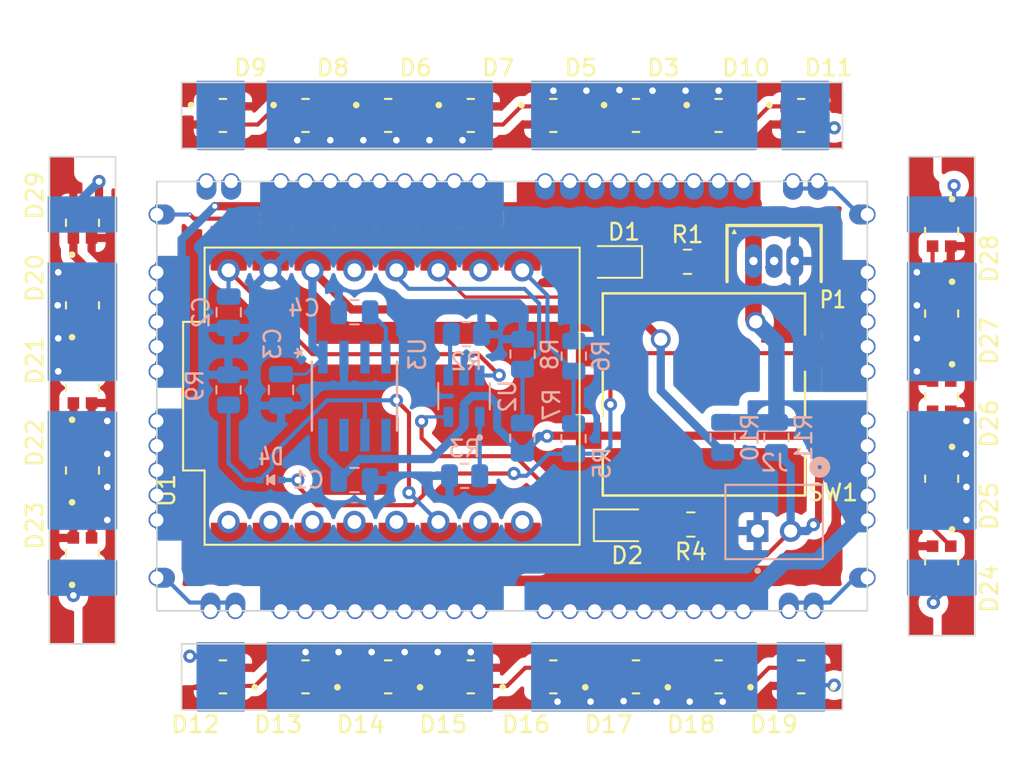
<source format=kicad_pcb>
(kicad_pcb (version 20241229) (generator "pcbnew") (generator_version "9.0")
  (layers (0 "F.Cu" signal) (2 "B.Cu" signal) (13 "F.Paste" user) (15 "B.Paste" user) (5 "F.SilkS" user "F.Silkscreen") (7 "B.SilkS" user "B.Silkscreen") (1 "F.Mask" user) (3 "B.Mask" user) (25 "Edge.Cuts" user))
  (net 0 "")
  (net 1 "GND")
  (net 2 "VBAT")
  (net 3 "+5V")
  (net 4 "+3.3V")
  (net 5 "BP")
  (net 6 "GP_LED")
  (net 7 "Net-(D1-K)")
  (net 8 "Net-(D2-K)")
  (net 9 "Net-(D2-A)")
  (net 10 "Net-(D4-Pad2)")
  (net 11 "enablePort")
  (net 12 "NEOPIXEL_PIN")
  (net 13 "Net-(U2-ISET)")
  (net 14 "Net-(U2-TS)")
  (net 15 "buttonPin")
  (net 16 "socPin")
  (net 28 "Led_Vdd")
  (net 29 "Net-(D3-DO)")
  (net 30 "Net-(D10-DO)")
  (net 31 "Net-(D5-DO)")
  (net 32 "Net-(D6-DO)")
  (net 33 "Net-(D6-DI)")
  (net 34 "Net-(D8-DO)")
  (net 36 "Net-(D10-DI)")
  (net 37 "Net-(D11-DI)")
  (net 38 "Net-(D12-DI)")
  (net 39 "Net-(D12-DO)")
  (net 40 "Net-(D13-DO)")
  (net 41 "Net-(D14-DO)")
  (net 42 "Net-(D15-DO)")
  (net 43 "Net-(D16-DO)")
  (net 44 "Net-(D17-DO)")
  (net 45 "Net-(D18-DO)")
  (net 46 "Net-(D19-DO)")
  (net 47 "Net-(D20-DO)")
  (net 48 "Net-(D20-DI)")
  (net 49 "Net-(D21-DO)")
  (net 50 "Net-(D22-DO)")
  (net 51 "Net-(D24-DO)")
  (net 52 "Net-(D25-DO)")
  (net 53 "Net-(D26-DO)")
  (net 54 "Net-(D27-DO)")
  (footprint "WS2812B2020:LED_WS2812B2020" (layer "F.Cu") (at 53 46.5)
    (property "Reference" "D9")
    (property "Value" "WS2812B2020")
  )
  (footprint "WS2812B2020:LED_WS2812B2020" (layer "F.Cu") (at 83 46.5)
    (property "Reference" "D10")
    (property "Value" "WS2812B2020")
  )
  (footprint "WS2812B2020:LED_WS2812B2020" (layer "F.Cu") (at 68 46.5)
    (property "Reference" "D7")
    (property "Value" "WS2812B2020")
  )
  (footprint "TL3300CF160Q:SW_TL3300CF160Q_EWI" (layer "F.Cu") (at 82.110066 63.396241 180)
    (property "Reference" "SW1")
    (property "Value" "TL3300CF160Q")
  )
  (footprint "WS2812B2020:LED_WS2812B2020" (layer "F.Cu") (at 96.5 68.5 -90)
    (property "Reference" "D25")
    (property "Value" "WS2812B2020")
  )
  (footprint "Resistor_SMD:R_0805_2012Metric" (layer "F.Cu") (at 81.115983 55.362545)
    (property "Reference" "R1")
    (property "Value" "330")
  )
  (footprint "LED_SMD:LED_0805_2012Metric" (layer "F.Cu") (at 77.1375 71.320611)
    (property "Reference" "D2")
    (property "Value" "LED")
  )
  (footprint "WS2812B2020:LED_WS2812B2020" (layer "F.Cu") (at 44.5 53 90)
    (property "Reference" "D29")
    (property "Value" "WS2812B2020")
  )
  (footprint "53047-0310:53047-0310" (layer "F.Cu") (at 86.36 55.314 180)
    (property "Reference" "P1")
    (property "Value" "53047-0310")
  )
  (footprint "WS2812B2020:LED_WS2812B2020" (layer "F.Cu") (at 88 46.5)
    (property "Reference" "D11")
    (property "Value" "WS2812B2020")
  )
  (footprint "WS2812B2020:LED_WS2812B2020" (layer "F.Cu") (at 44.5 58 90)
    (property "Reference" "D20")
    (property "Value" "WS2812B2020")
  )
  (footprint "WS2812B2020:LED_WS2812B2020" (layer "F.Cu") (at 83 80.5 180)
    (property "Reference" "D18")
    (property "Value" "WS2812B2020")
  )
  (footprint "WS2812B2020:LED_WS2812B2020" (layer "F.Cu") (at 73 46.5)
    (property "Reference" "D5")
    (property "Value" "WS2812B2020")
  )
  (footprint "WS2812B2020:LED_WS2812B2020" (layer "F.Cu") (at 96.5 58.5 -90)
    (property "Reference" "D27")
    (property "Value" "WS2812B2020")
  )
  (footprint "WS2812B2020:LED_WS2812B2020" (layer "F.Cu") (at 63 80.5 180)
    (property "Reference" "D14")
    (property "Value" "WS2812B2020")
  )
  (footprint "ESP32-C3_SUPERMINI_TH:MODULE_ESP32-C3_SUPERMINI_TH" (layer "F.Cu") (at 63.24 63.5 90)
    (property "Reference" "U1")
    (property "Value" "ESP32-C3_SUPERMINI_TH")
  )
  (footprint "Resistor_SMD:R_0805_2012Metric" (layer "F.Cu") (at 81.320606 71.272893 180)
    (property "Reference" "R4")
    (property "Value" "330")
  )
  (footprint "WS2812B2020:LED_WS2812B2020" (layer "F.Cu") (at 53 80.5 180)
    (property "Reference" "D12")
    (property "Value" "WS2812B2020")
  )
  (footprint "WS2812B2020:LED_WS2812B2020" (layer "F.Cu") (at 68 80.5 180)
    (property "Reference" "D15")
    (property "Value" "WS2812B2020")
  )
  (footprint "WS2812B2020:LED_WS2812B2020" (layer "F.Cu") (at 73 80.5 180)
    (property "Reference" "D16")
    (property "Value" "WS2812B2020")
  )
  (footprint "WS2812B2020:LED_WS2812B2020" (layer "F.Cu") (at 88 80.5 180)
    (property "Reference" "D19")
    (property "Value" "WS2812B2020")
  )
  (footprint "WS2812B2020:LED_WS2812B2020" (layer "F.Cu") (at 78 46.5)
    (property "Reference" "D3")
    (property "Value" "WS2812B2020")
  )
  (footprint "WS2812B2020:LED_WS2812B2020" (layer "F.Cu") (at 63 46.5)
    (property "Reference" "D6")
    (property "Value" "WS2812B2020")
  )
  (footprint "WS2812B2020:LED_WS2812B2020" (layer "F.Cu") (at 96.5 53.5 -90)
    (property "Reference" "D28")
    (property "Value" "WS2812B2020")
  )
  (footprint "WS2812B2020:LED_WS2812B2020" (layer "F.Cu") (at 44.5 68 90)
    (property "Reference" "D22")
    (property "Value" "WS2812B2020")
  )
  (footprint "WS2812B2020:LED_WS2812B2020" (layer "F.Cu") (at 58 46.5)
    (property "Reference" "D8")
    (property "Value" "WS2812B2020")
  )
  (footprint "WS2812B2020:LED_WS2812B2020" (layer "F.Cu") (at 96.5 63.5 -90)
    (property "Reference" "D26")
    (property "Value" "WS2812B2020")
  )
  (footprint "WS2812B2020:LED_WS2812B2020" (layer "F.Cu") (at 44.5 63 90)
    (property "Reference" "D21")
    (property "Value" "WS2812B2020")
  )
  (footprint "WS2812B2020:LED_WS2812B2020" (layer "F.Cu") (at 78 80.5 180)
    (property "Reference" "D17")
    (property "Value" "WS2812B2020")
  )
  (footprint "WS2812B2020:LED_WS2812B2020" (layer "F.Cu") (at 58 80.5 180)
    (property "Reference" "D13")
    (property "Value" "WS2812B2020")
  )
  (footprint "WS2812B2020:LED_WS2812B2020" (layer "F.Cu") (at 44.5 73 90)
    (property "Reference" "D23")
    (property "Value" "WS2812B2020")
  )
  (footprint "LED_SMD:LED_0805_2012Metric" (layer "F.Cu") (at 76.6826 55.372 180)
    (property "Reference" "D1")
    (property "Value" "LED")
  )
  (footprint "WS2812B2020:LED_WS2812B2020" (layer "F.Cu") (at 96.5 73.5 -90)
    (property "Reference" "D24")
    (property "Value" "WS2812B2020")
  )
  (footprint "Resistor_SMD:R_0805_2012Metric" (layer "B.Cu") (at 86.5 66 90)
    (property "Reference" "R11")
    (property "Value" "0")
  )
  (footprint "ESD7351XV2T1G:SOD-523-2_ONSEMI" (layer "B.Cu") (at 55.88 68.58)
    (property "Reference" "D4")
    (property "Value" "ESD7351XV2T1G" (hide yes))
  )
  (footprint "Capacitor_SMD:C_0805_2012Metric" (layer "B.Cu") (at 56.515 63.119 -90)
    (property "Reference" "C3")
    (property "Value" "1u")
  )
  (footprint "Capacitor_SMD:C_0805_2012Metric" (layer "B.Cu") (at 60.96 68.58)
    (property "Reference" "C1")
    (property "Value" "1u")
  )
  (footprint "Resistor_SMD:R_0805_2012Metric" (layer "B.Cu") (at 67.735629 59.75)
    (property "Reference" "R2")
    (property "Value" "1k")
  )
  (footprint "Resistor_SMD:R_0805_2012Metric" (layer "B.Cu") (at 71.136679 60.96 90)
    (property "Reference" "R8")
    (property "Value" "1M")
  )
  (footprint "B2B-PH-K-S_LF__SN_:JST_B2B-PH-K-S_LF__SN_" (layer "B.Cu") (at 86.36 71.12 180)
    (property "Reference" "J2")
    (property "Value" "B2B-PH-K-S_LF__SN_")
  )
  (footprint "Capacitor_SMD:C_0805_2012Metric" (layer "B.Cu") (at 60.96 58.42 180)
    (property "Reference" "C4")
    (property "Value" "470p")
  )
  (footprint "Resistor_SMD:R_0805_2012Metric" (layer "B.Cu") (at 67.629787 68.326 180)
    (property "Reference" "R3")
    (property "Value" "10k")
  )
  (footprint "Capacitor_SMD:C_0805_2012Metric" (layer "B.Cu") (at 53.350157 58.42 -90)
    (property "Reference" "C2")
    (property "Value" "1u")
  )
  (footprint "BQ21040DBVR:SOT95P280X145-6N" (layer "B.Cu") (at 67.592687 63.503686 90)
    (property "Reference" "U2")
    (property "Value" "BQ21040DBVR")
  )
  (footprint "Resistor_SMD:R_0805_2012Metric" (layer "B.Cu") (at 83.25 66 90)
    (property "Reference" "R10")
    (property "Value" "0")
  )
  (footprint "Resistor_SMD:R_0805_2012Metric" (layer "B.Cu") (at 74.218688 66.073626 90)
    (property "Reference" "R5")
    (property "Value" "1k")
  )
  (footprint "Resistor_SMD:R_0805_2012Metric" (layer "B.Cu") (at 71.12 66.04 90)
    (property "Reference" "R7")
    (property "Value" "800k")
  )
  (footprint "Resistor_SMD:R_0805_2012Metric" (layer "B.Cu") (at 74.237496 61.072766 90)
    (property "Reference" "R6")
    (property "Value" "1k")
  )
  (footprint "TC1263-3-3VOA:TC1263-3-3VOA_SOIC8-N_MC_MCH" (layer "B.Cu") (at 60.96 63.5 -90)
    (property "Reference" "U3")
    (property "Value" "TC1263-3.3VOA")
  )
  (footprint "Resistor_SMD:R_0805_2012Metric" (layer "B.Cu") (at 53.34 63.119 90)
    (property "Reference" "R9")
    (property "Value" "10k")
  )
  (gr_circle (center 49.5 68) (end 49.5 68.5) (stroke (width 0.2)) (fill yes) (layers "F.Cu" "F.Mask") (net 1))
  (gr_rect (start 91.5 69) (end 92 70) (stroke (width 0.2)) (fill yes) (layers "F.Cu" "F.Mask") (net 28))
  (gr_circle (center 91.5 65) (end 91.5 64.5) (stroke (width 0.2)) (fill yes) (layers "F.Cu" "F.Mask") (net 28))
  (gr_circle (center 91.5 69.5) (end 91.5 69) (stroke (width 0.2)) (fill yes) (layers "F.Cu" "F.Mask") (net 28))
  (gr_rect (start 67.602736 71.264314) (end 69.602736 73.764314) (stroke (width 0.2)) (fill yes) (layers "F.Cu" "F.Mask") (net 19))
  (gr_rect (start 88.5 50.5) (end 89.5 51) (stroke (width 0.2)) (fill yes) (layers "F.Cu" "F.Mask") (net 37))
  (gr_circle (center 59.5 51) (end 59 51) (stroke (width 0.2)) (fill yes) (layers "F.Cu" "F.Mask") (net 1))
  (gr_rect (start 59.97 53.3) (end 61.97 55.8) (stroke (width 0.2)) (fill yes) (layers "F.Cu" "F.Mask") (net 23))
  (gr_rect (start 49 55.5) (end 49.5 56.5) (stroke (width 0.2)) (fill yes) (layers "F.Cu" "F.Mask") (net 28))
  (gr_circle (center 83 51) (end 82.5 51) (stroke (width 0.2)) (fill yes) (layers "F.Cu" "F.Mask") (net 28))
  (gr_circle (center 49.5 52.5) (end 49.5 53) (stroke (width 0.2)) (fill yes) (layers "F.Cu" "F.Mask") (net 12))
  (gr_rect (start 59 50.5) (end 60 51) (stroke (width 0.2)) (fill yes) (layers "F.Cu" "F.Mask") (net 1))
  (gr_rect (start 91.5 57) (end 92 58) (stroke (width 0.2)) (fill yes) (layers "F.Cu" "F.Mask") (net 1))
  (gr_circle (center 58 76) (end 58.5 76) (stroke (width 0.2)) (fill yes) (layers "F.Cu" "F.Mask") (net 1))
  (gr_rect (start 49 64.5) (end 49.5 65.5) (stroke (width 0.2)) (fill yes) (layers "F.Cu" "F.Mask") (net 1))
  (gr_rect (start 53 50.5) (end 54 51) (stroke (width 0.2)) (fill yes) (layers "F.Cu" "F.Mask"))
  (gr_circle (center 58 51) (end 57.5 51) (stroke (width 0.2)) (fill yes) (layers "F.Cu" "F.Mask") (net 1))
  (gr_circle (center 65.5 76) (end 66 76) (stroke (width 0.2)) (fill yes) (layers "F.Cu" "F.Mask") (net 1))
  (gr_rect (start 86.75 76) (end 87.75 76.5) (stroke (width 0.2)) (fill yes) (layers "F.Cu" "F.Mask") (net 46))
  (gr_circle (center 61 51) (end 60.5 51) (stroke (width 0.2)) (fill yes) (layers "F.Cu" "F.Mask") (net 1))
  (gr_circle (center 78.5 51) (end 78 51) (stroke (width 0.2)) (fill yes) (layers "F.Cu" "F.Mask") (net 28))
  (gr_rect (start 88.25 76) (end 89.25 76.5) (stroke (width 0.2)) (fill yes) (layers "F.Cu" "F.Mask") (net 46))
  (gr_rect (start 56 50.5) (end 57 51) (stroke (width 0.2)) (fill yes) (layers "F.Cu" "F.Mask") (net 1))
  (gr_circle (center 52.25 76) (end 52.75 76) (stroke (width 0.2)) (fill yes) (layers "F.Cu" "F.Mask") (net 38))
  (gr_rect (start 59 76) (end 60 76.5) (stroke (width 0.2)) (fill yes) (layers "F.Cu" "F.Mask") (net 1))
  (gr_circle (center 49.5 65) (end 49.5 65.5) (stroke (width 0.2)) (fill yes) (layers "F.Cu" "F.Mask") (net 1))
  (gr_rect (start 91.5 74) (end 92 75) (stroke (width 0.2)) (fill yes) (layers "F.Cu" "F.Mask") (net 46))
  (gr_rect (start 91.5 66) (end 92 67) (stroke (width 0.2)) (fill yes) (layers "F.Cu" "F.Mask") (net 28))
  (gr_rect (start 84 50.5) (end 85 51) (stroke (width 0.2)) (fill yes) (layers "F.Cu" "F.Mask") (net 28))
  (gr_rect (start 60.5 76) (end 61.5 76.5) (stroke (width 0.2)) (fill yes) (layers "F.Cu" "F.Mask") (net 1))
  (gr_circle (center 72.5 51) (end 72 51) (stroke (width 0.2)) (fill yes) (layers "F.Cu" "F.Mask") (net 28))
  (gr_rect (start 73.5 50.5) (end 74.5 51) (stroke (width 0.2)) (fill yes) (layers "F.Cu" "F.Mask") (net 28))
  (gr_rect (start 49 67.5) (end 49.5 68.5) (stroke (width 0.2)) (fill yes) (layers "F.Cu" "F.Mask") (net 1))
  (gr_rect (start 62.522736 71.264314) (end 64.522736 73.764314) (stroke (width 0.2)) (fill yes) (layers "F.Cu" "F.Mask") (net 18))
  (gr_rect (start 49 58.5) (end 49.5 59.5) (stroke (width 0.2)) (fill yes) (layers "F.Cu" "F.Mask") (net 28))
  (gr_rect (start 82.5 76) (end 83.5 76.5) (stroke (width 0.2)) (fill yes) (layers "F.Cu" "F.Mask") (net 28))
  (gr_rect (start 72 50.5) (end 73 51) (stroke (width 0.2)) (fill yes) (layers "F.Cu" "F.Mask") (net 28))
  (gr_rect (start 57.442736 71.264314) (end 59.442736 73.764314) (stroke (width 0.2)) (fill yes) (layers "F.Cu" "F.Mask") (net 21))
  (gr_circle (center 65.5 51) (end 65 51) (stroke (width 0.2)) (fill yes) (layers "F.Cu" "F.Mask") (net 1))
  (gr_rect (start 52.35 53.3) (end 54.35 55.8) (stroke (width 0.2)) (fill yes) (layers "F.Cu" "F.Mask") (net 3))
  (gr_rect (start 49 69) (end 49.5 70) (stroke (width 0.2)) (fill yes) (layers "F.Cu" "F.Mask") (net 1))
  (gr_circle (center 68.5 51) (end 68 51) (stroke (width 0.2)) (fill yes) (layers "F.Cu" "F.Mask") (net 1))
  (gr_circle (center 91.5 56) (end 91.5 55.5) (stroke (width 0.2)) (fill yes) (layers "F.Cu" "F.Mask") (net 1))
  (gr_circle (center 84.5 51) (end 84 51) (stroke (width 0.2)) (fill yes) (layers "F.Cu" "F.Mask") (net 28))
  (gr_rect (start 75 50.5) (end 76 51) (stroke (width 0.2)) (fill yes) (layers "F.Cu" "F.Mask") (net 28))
  (gr_rect (start 91.5 52) (end 92 53) (stroke (width 0.2)) (fill yes) (layers "F.Cu" "F.Mask") (net 37))
  (gr_circle (center 87.25 76) (end 87.75 76) (stroke (width 0.2)) (fill yes) (layers "F.Cu" "F.Mask") (net 46))
  (gr_rect (start 56 76) (end 57 76.5) (stroke (width 0.2)) (fill yes) (layers "F.Cu" "F.Mask") (net 1))
  (gr_rect (start 49 61.5) (end 49.5 62.5) (stroke (width 0.2)) (fill yes) (layers "F.Cu" "F.Mask") (net 28))
  (gr_circle (center 49.5 59) (end 49.5 59.5) (stroke (width 0.2)) (fill yes) (layers "F.Cu" "F.Mask") (net 28))
  (gr_rect (start 91.5 58.5) (end 92 59.5) (stroke (width 0.2)) (fill yes) (layers "F.Cu" "F.Mask") (net 1))
  (gr_circle (center 88.75 76) (end 89.25 76) (stroke (width 0.2)) (fill yes) (layers "F.Cu" "F.Mask") (net 46))
  (gr_rect (start 51.5 50.5) (end 52.5 51) (stroke (width 0.2)) (fill yes) (layers "F.Cu" "F.Mask"))
  (gr_rect (start 52.362736 71.264314) (end 54.362736 73.764314) (stroke (width 0.2)) (fill yes) (layers "F.Cu" "F.Mask") (net 24))
  (gr_circle (center 62.5 51) (end 62 51) (stroke (width 0.2)) (fill yes) (layers "F.Cu" "F.Mask") (net 1))
  (gr_circle (center 91.5 59) (end 91.5 58.5) (stroke (width 0.2)) (fill yes) (layers "F.Cu" "F.Mask") (net 1))
  (gr_rect (start 79.5 50.5) (end 80.5 51) (stroke (width 0.2)) (fill yes) (layers "F.Cu" "F.Mask") (net 28))
  (gr_circle (center 52 51) (end 51.5 51) (stroke (width 0.2)) (fill yes) (layers "F.Cu" "F.Mask"))
  (gr_circle (center 89 51) (end 88.5 51) (stroke (width 0.2)) (fill yes) (layers "F.Cu" "F.Mask") (net 37))
  (gr_rect (start 78 76) (end 79 76.5) (stroke (width 0.2)) (fill yes) (layers "F.Cu" "F.Mask") (net 28))
  (gr_circle (center 91.5 71) (end 91.5 70.5) (stroke (width 0.2)) (fill yes) (layers "F.Cu" "F.Mask") (net 28))
  (gr_circle (center 77 76) (end 77.5 76) (stroke (width 0.2)) (fill yes) (layers "F.Cu" "F.Mask") (net 28))
  (gr_rect (start 68 50.5) (end 69 51) (stroke (width 0.2)) (fill yes) (layers "F.Cu" "F.Mask") (net 1))
  (gr_rect (start 79.5 76) (end 80.5 76.5) (stroke (width 0.2)) (fill yes) (layers "F.Cu" "F.Mask") (net 28))
  (gr_circle (center 75.5 76) (end 76 76) (stroke (width 0.2)) (fill yes) (layers "F.Cu" "F.Mask") (net 28))
  (gr_circle (center 64 76) (end 64.5 76) (stroke (width 0.2)) (fill yes) (layers "F.Cu" "F.Mask") (net 1))
  (gr_circle (center 91.5 68) (end 91.5 67.5) (stroke (width 0.2)) (fill yes) (layers "F.Cu" "F.Mask") (net 28))
  (gr_circle (center 77 51) (end 76.5 51) (stroke (width 0.2)) (fill yes) (layers "F.Cu" "F.Mask") (net 28))
  (gr_circle (center 49.5 69.5) (end 49.5 70) (stroke (width 0.2)) (fill yes) (layers "F.Cu" "F.Mask") (net 1))
  (gr_circle (center 67 76) (end 67.5 76) (stroke (width 0.2)) (fill yes) (layers "F.Cu" "F.Mask") (net 1))
  (gr_circle (center 49.5 74.5) (end 49.5 75) (stroke (width 0.2)) (fill yes) (layers "F.Cu" "F.Mask") (net 38))
  (gr_rect (start 81 76) (end 82 76.5) (stroke (width 0.2)) (fill yes) (layers "F.Cu" "F.Mask") (net 28))
  (gr_rect (start 57.5 76) (end 58.5 76.5) (stroke (width 0.2)) (fill yes) (layers "F.Cu" "F.Mask") (net 1))
  (gr_rect (start 49 66) (end 49.5 67) (stroke (width 0.2)) (fill yes) (layers "F.Cu" "F.Mask") (net 1))
  (gr_rect (start 49 70.5) (end 49.5 71.5) (stroke (width 0.2)) (fill yes) (layers "F.Cu" "F.Mask") (net 1))
  (gr_circle (center 49.5 62) (end 49.5 62.5) (stroke (width 0.2)) (fill yes) (layers "F.Cu" "F.Mask") (net 28))
  (gr_rect (start 54.89 53.3) (end 56.89 55.8) (stroke (width 0.2)) (fill yes) (layers "F.Cu" "F.Mask") (net 1))
  (gr_circle (center 81.5 76) (end 82 76) (stroke (width 0.2)) (fill yes) (layers "F.Cu" "F.Mask") (net 28))
  (gr_circle (center 67 51) (end 66.5 51) (stroke (width 0.2)) (fill yes) (layers "F.Cu" "F.Mask") (net 1))
  (gr_rect (start 70.13 53.3) (end 72.13 55.8) (stroke (width 0.2)) (fill yes) (layers "F.Cu" "F.Mask") (net 15))
  (gr_rect (start 91.5 61.5) (end 92 62.5) (stroke (width 0.2)) (fill yes) (layers "F.Cu" "F.Mask") (net 1))
  (gr_circle (center 80 51) (end 79.5 51) (stroke (width 0.2)) (fill yes) (layers "F.Cu" "F.Mask") (net 28))
  (gr_rect (start 54.902736 71.264314) (end 56.902736 73.764314) (stroke (width 0.2)) (fill yes) (layers "F.Cu" "F.Mask") (net 17))
  (gr_rect (start 60.5 50.5) (end 61.5 51) (stroke (width 0.2)) (fill yes) (layers "F.Cu" "F.Mask") (net 1))
  (gr_rect (start 65.05 53.3) (end 67.05 55.8) (stroke (width 0.2)) (fill yes) (layers "F.Cu" "F.Mask") (net 6))
  (gr_rect (start 91.5 70.5) (end 92 71.5) (stroke (width 0.2)) (fill yes) (layers "F.Cu" "F.Mask") (net 28))
  (gr_rect (start 59.982736 71.264314) (end 61.982736 73.764314) (stroke (width 0.2)) (fill yes) (layers "F.Cu" "F.Mask") (net 20))
  (gr_rect (start 57.5 50.5) (end 58.5 51) (stroke (width 0.2)) (fill yes) (layers "F.Cu" "F.Mask") (net 1))
  (gr_circle (center 87.5 51) (end 87 51) (stroke (width 0.2)) (fill yes) (layers "F.Cu" "F.Mask") (net 37))
  (gr_circle (center 56.5 76) (end 57 76) (stroke (width 0.2)) (fill yes) (layers "F.Cu" "F.Mask") (net 1))
  (gr_rect (start 63.5 76) (end 64.5 76.5) (stroke (width 0.2)) (fill yes) (layers "F.Cu" "F.Mask") (net 1))
  (gr_rect (start 68 76) (end 69 76.5) (stroke (width 0.2)) (fill yes) (layers "F.Cu" "F.Mask") (net 1))
  (gr_circle (center 72.5 76) (end 73 76) (stroke (width 0.2)) (fill yes) (layers "F.Cu" "F.Mask") (net 28))
  (gr_rect (start 65.062736 71.264314) (end 67.062736 73.764314) (stroke (width 0.2)) (fill yes) (layers "F.Cu" "F.Mask") (net 11))
  (gr_rect (start 51.75 76) (end 52.75 76.5) (stroke (width 0.2)) (fill yes) (layers "F.Cu" "F.Mask") (net 38))
  (gr_rect (start 91.5 64.5) (end 92 65.5) (stroke (width 0.2)) (fill yes) (layers "F.Cu" "F.Mask") (net 28))
  (gr_circle (center 91.5 57.5) (end 91.5 57) (stroke (width 0.2)) (fill yes) (layers "F.Cu" "F.Mask") (net 1))
  (gr_circle (center 81.5 51) (end 81 51) (stroke (width 0.2)) (fill yes) (layers "F.Cu" "F.Mask") (net 28))
  (gr_rect (start 49 57) (end 49.5 58) (stroke (width 0.2)) (fill yes) (layers "F.Cu" "F.Mask") (net 28))
  (gr_circle (center 83 76) (end 83.5 76) (stroke (width 0.2)) (fill yes) (layers "F.Cu" "F.Mask") (net 28))
  (gr_rect (start 76.5 76) (end 77.5 76.5) (stroke (width 0.2)) (fill yes) (layers "F.Cu" "F.Mask") (net 28))
  (gr_circle (center 84.5 76) (end 85 76) (stroke (width 0.2)) (fill yes) (layers "F.Cu" "F.Mask") (net 28))
  (gr_rect (start 49 60) (end 49.5 61) (stroke (width 0.2)) (fill yes) (layers "F.Cu" "F.Mask") (net 28))
  (gr_rect (start 62 50.5) (end 63 51) (stroke (width 0.2)) (fill yes) (layers "F.Cu" "F.Mask") (net 1))
  (gr_rect (start 91.5 55.5) (end 92 56.5) (stroke (width 0.2)) (fill yes) (layers "F.Cu" "F.Mask") (net 1))
  (gr_rect (start 73.5 76) (end 74.5 76.5) (stroke (width 0.2)) (fill yes) (layers "F.Cu" "F.Mask") (net 28))
  (gr_rect (start 87 50.5) (end 88 51) (stroke (width 0.2)) (fill yes) (layers "F.Cu" "F.Mask") (net 37))
  (gr_rect (start 65 76) (end 66 76.5) (stroke (width 0.2)) (fill yes) (layers "F.Cu" "F.Mask") (net 1))
  (gr_rect (start 81 50.5) (end 82 51) (stroke (width 0.2)) (fill yes) (layers "F.Cu" "F.Mask") (net 28))
  (gr_circle (center 56.5 51) (end 56 51) (stroke (width 0.2)) (fill yes) (layers "F.Cu" "F.Mask") (net 1))
  (gr_rect (start 91.5 67.5) (end 92 68.5) (stroke (width 0.2)) (fill yes) (layers "F.Cu" "F.Mask") (net 28))
  (gr_circle (center 53.75 76) (end 54.25 76) (stroke (width 0.2)) (fill yes) (layers "F.Cu" "F.Mask") (net 38))
  (gr_circle (center 49.5 66.5) (end 49.5 67) (stroke (width 0.2)) (fill yes) (layers "F.Cu" "F.Mask") (net 1))
  (gr_rect (start 91.5 60) (end 92 61) (stroke (width 0.2)) (fill yes) (layers "F.Cu" "F.Mask") (net 1))
  (gr_rect (start 62 76) (end 63 76.5) (stroke (width 0.2)) (fill yes) (layers "F.Cu" "F.Mask") (net 1))
  (gr_circle (center 91.5 62) (end 91.5 61.5) (stroke (width 0.2)) (fill yes) (layers "F.Cu" "F.Mask") (net 1))
  (gr_circle (center 59.5 76) (end 60 76) (stroke (width 0.2)) (fill yes) (layers "F.Cu" "F.Mask") (net 1))
  (gr_circle (center 64 51) (end 63.5 51) (stroke (width 0.2)) (fill yes) (layers "F.Cu" "F.Mask") (net 1))
  (gr_circle (center 75.5 51) (end 75 51) (stroke (width 0.2)) (fill yes) (layers "F.Cu" "F.Mask") (net 28))
  (gr_rect (start 72 76) (end 73 76.5) (stroke (width 0.2)) (fill yes) (layers "F.Cu" "F.Mask") (net 28))
  (gr_rect (start 66.5 76) (end 67.5 76.5) (stroke (width 0.2)) (fill yes) (layers "F.Cu" "F.Mask") (net 1))
  (gr_circle (center 49.5 57.5) (end 49.5 58) (stroke (width 0.2)) (fill yes) (layers "F.Cu" "F.Mask") (net 28))
  (gr_rect (start 75 76) (end 76 76.5) (stroke (width 0.2)) (fill yes) (layers "F.Cu" "F.Mask") (net 28))
  (gr_rect (start 84 76) (end 85 76.5) (stroke (width 0.2)) (fill yes) (layers "F.Cu" "F.Mask") (net 28))
  (gr_circle (center 49.5 71) (end 49.5 71.5) (stroke (width 0.2)) (fill yes) (layers "F.Cu" "F.Mask") (net 1))
  (gr_circle (center 91.5 66.5) (end 91.5 66) (stroke (width 0.2)) (fill yes) (layers "F.Cu" "F.Mask") (net 28))
  (gr_circle (center 68.5 76) (end 69 76) (stroke (width 0.2)) (fill yes) (layers "F.Cu" "F.Mask") (net 1))
  (gr_rect (start 82.5 50.5) (end 83.5 51) (stroke (width 0.2)) (fill yes) (layers "F.Cu" "F.Mask") (net 28))
  (gr_circle (center 49.5 60.5) (end 49.5 61) (stroke (width 0.2)) (fill yes) (layers "F.Cu" "F.Mask") (net 28))
  (gr_circle (center 49.5 56) (end 49.5 56.5) (stroke (width 0.2)) (fill yes) (layers "F.Cu" "F.Mask") (net 28))
  (gr_rect (start 57.43 53.3) (end 59.43 55.8) (stroke (width 0.2)) (fill yes) (layers "F.Cu" "F.Mask") (net 4))
  (gr_rect (start 66.5 50.5) (end 67.5 51) (stroke (width 0.2)) (fill yes) (layers "F.Cu" "F.Mask") (net 1))
  (gr_rect (start 70.142736 71.264314) (end 72.142736 73.764314) (stroke (width 0.2)) (fill yes) (layers "F.Cu" "F.Mask") (net 22))
  (gr_rect (start 63.5 50.5) (end 64.5 51) (stroke (width 0.2)) (fill yes) (layers "F.Cu" "F.Mask") (net 1))
  (gr_circle (center 74 76) (end 74.5 76) (stroke (width 0.2)) (fill yes) (layers "F.Cu" "F.Mask") (net 28))
  (gr_circle (center 53.5 51) (end 53 51) (stroke (width 0.2)) (fill yes) (layers "F.Cu" "F.Mask"))
  (gr_rect (start 49 74) (end 49.5 75) (stroke (width 0.2)) (fill yes) (layers "F.Cu" "F.Mask") (net 38))
  (gr_circle (center 78.5 76) (end 79 76) (stroke (width 0.2)) (fill yes) (layers "F.Cu" "F.Mask") (net 28))
  (gr_circle (center 80 76) (end 80.5 76) (stroke (width 0.2)) (fill yes) (layers "F.Cu" "F.Mask") (net 28))
  (gr_circle (center 91.5 52.5) (end 91.5 52) (stroke (width 0.2)) (fill yes) (layers "F.Cu" "F.Mask") (net 37))
  (gr_rect (start 65 50.5) (end 66 51) (stroke (width 0.2)) (fill yes) (layers "F.Cu" "F.Mask") (net 1))
  (gr_circle (center 74 51) (end 73.5 51) (stroke (width 0.2)) (fill yes) (layers "F.Cu" "F.Mask") (net 28))
  (gr_circle (center 61 76) (end 61.5 76) (stroke (width 0.2)) (fill yes) (layers "F.Cu" "F.Mask") (net 1))
  (gr_rect (start 76.5 50.5) (end 77.5 51) (stroke (width 0.2)) (fill yes) (layers "F.Cu" "F.Mask") (net 28))
  (gr_rect (start 62.51 53.3) (end 64.51 55.8) (stroke (width 0.2)) (fill yes) (layers "F.Cu" "F.Mask") (net 16))
  (gr_rect (start 78 50.5) (end 79 51) (stroke (width 0.2)) (fill yes) (layers "F.Cu" "F.Mask") (net 28))
  (gr_rect (start 49 52) (end 49.5 53) (stroke (width 0.2)) (fill yes) (layers "F.Cu" "F.Mask") (net 12))
  (gr_rect (start 67.59 53.3) (end 69.59 55.8) (stroke (width 0.2)) (fill yes) (layers "F.Cu" "F.Mask") (net 12))
  (gr_circle (center 91.5 60.5) (end 91.5 60) (stroke (width 0.2)) (fill yes) (layers "F.Cu" "F.Mask") (net 1))
  (gr_circle (center 62.5 76) (end 63 76) (stroke (width 0.2)) (fill yes) (layers "F.Cu" "F.Mask") (net 1))
  (gr_circle (center 91.5 74.5) (end 91.5 74) (stroke (width 0.2)) (fill yes) (layers "F.Cu" "F.Mask") (net 46))
  (gr_rect (start 53.25 76) (end 54.25 76.5) (stroke (width 0.2)) (fill yes) (layers "F.Cu" "F.Mask") (net 38))
  (gr_rect (start 55.75 78.5) (end 69.25 82.5) (stroke (width 0.2)) (fill yes) (layers "B.Cu" "B.Mask") (net 1))
  (gr_circle (center 65.5 76) (end 65 76) (stroke (width 0.2)) (fill yes) (layers "B.Cu" "B.Mask") (net 1))
  (gr_rect (start 49 60) (end 49.5 61) (stroke (width 0.2)) (fill yes) (layers "B.Cu" "B.Mask") (net 28))
  (gr_rect (start 73.5 50.5) (end 74.5 51) (stroke (width 0.2)) (fill yes) (layers "B.Cu" "B.Mask") (net 28))
  (gr_circle (center 84.5 51) (end 85 51) (stroke (width 0.2)) (fill yes) (layers "B.Cu" "B.Mask") (net 28))
  (gr_rect (start 42.5 51.5) (end 46.5 53.5) (stroke (width 0.2)) (fill yes) (layers "B.Cu" "B.Mask") (net 12))
  (gr_rect (start 49 70.5) (end 49.5 71.5) (stroke (width 0.2)) (fill yes) (layers "B.Cu" "B.Mask") (net 1))
  (gr_rect (start 88.25 76) (end 89.25 76.5) (stroke (width 0.2)) (fill yes) (layers "B.Cu" "B.Mask") (net 46))
  (gr_circle (center 75.5 51) (end 76 51) (stroke (width 0.2)) (fill yes) (layers "B.Cu" "B.Mask") (net 28))
  (gr_rect (start 62 50.5) (end 63 51) (stroke (width 0.2)) (fill yes) (layers "B.Cu" "B.Mask") (net 1))
  (gr_circle (center 72.5 76) (end 72 76) (stroke (width 0.2)) (fill yes) (layers "B.Cu" "B.Mask") (net 28))
  (gr_rect (start 82.5 50.5) (end 83.5 51) (stroke (width 0.2)) (fill yes) (layers "B.Cu" "B.Mask") (net 28))
  (gr_rect (start 49 67.5) (end 49.5 68.5) (stroke (width 0.2)) (fill yes) (layers "B.Cu" "B.Mask") (net 1))
  (gr_rect (start 49 55.5) (end 49.5 56.5) (stroke (width 0.2)) (fill yes) (layers "B.Cu" "B.Mask") (net 28))
  (gr_circle (center 65.5 51) (end 66 51) (stroke (width 0.2)) (fill yes) (layers "B.Cu" "B.Mask") (net 1))
  (gr_circle (center 61 51) (end 61.5 51) (stroke (width 0.2)) (fill yes) (layers "B.Cu" "B.Mask") (net 1))
  (gr_circle (center 91.5 71) (end 91.5 71.5) (stroke (width 0.2)) (fill yes) (layers "B.Cu" "B.Mask") (net 28))
  (gr_rect (start 68 50.5) (end 69 51) (stroke (width 0.2)) (fill yes) (layers "B.Cu" "B.Mask") (net 1))
  (gr_rect (start 56 76) (end 57 76.5) (stroke (width 0.2)) (fill yes) (layers "B.Cu" "B.Mask") (net 1))
  (gr_circle (center 81.5 76) (end 81 76) (stroke (width 0.2)) (fill yes) (layers "B.Cu" "B.Mask") (net 28))
  (gr_circle (center 49.5 57.5) (end 49.5 57) (stroke (width 0.2)) (fill yes) (layers "B.Cu" "B.Mask") (net 28))
  (gr_circle (center 80 76) (end 79.5 76) (stroke (width 0.2)) (fill yes) (layers "B.Cu" "B.Mask") (net 28))
  (gr_rect (start 91.5 58.5) (end 92 59.5) (stroke (width 0.2)) (fill yes) (layers "B.Cu" "B.Mask") (net 1))
  (gr_circle (center 84.5 76) (end 84 76) (stroke (width 0.2)) (fill yes) (layers "B.Cu" "B.Mask") (net 28))
  (gr_rect (start 82.5 76) (end 83.5 76.5) (stroke (width 0.2)) (fill yes) (layers "B.Cu" "B.Mask") (net 28))
  (gr_circle (center 62.5 51) (end 63 51) (stroke (width 0.2)) (fill yes) (layers "B.Cu" "B.Mask") (net 1))
  (gr_rect (start 91.5 67.5) (end 92 68.5) (stroke (width 0.2)) (fill yes) (layers "B.Cu" "B.Mask") (net 28))
  (gr_rect (start 49 74) (end 49.5 75) (stroke (width 0.2)) (fill yes) (layers "B.Cu" "B.Mask") (net 38))
  (gr_rect (start 57.5 50.5) (end 58.5 51) (stroke (width 0.2)) (fill yes) (layers "B.Cu" "B.Mask") (net 1))
  (gr_rect (start 75 50.5) (end 76 51) (stroke (width 0.2)) (fill yes) (layers "B.Cu" "B.Mask") (net 28))
  (gr_rect (start 49 66) (end 49.5 67) (stroke (width 0.2)) (fill yes) (layers "B.Cu" "B.Mask") (net 1))
  (gr_circle (center 49.5 68) (end 49.5 67.5) (stroke (width 0.2)) (fill yes) (layers "B.Cu" "B.Mask") (net 1))
  (gr_rect (start 49 64.5) (end 49.5 65.5) (stroke (width 0.2)) (fill yes) (layers "B.Cu" "B.Mask") (net 1))
  (gr_circle (center 87.5 51) (end 88 51) (stroke (width 0.2)) (fill yes) (layers "B.Cu" "B.Mask") (net 37))
  (gr_rect (start 65 50.5) (end 66 51) (stroke (width 0.2)) (fill yes) (layers "B.Cu" "B.Mask") (net 1))
  (gr_rect (start 91.5 61.5) (end 92 62.5) (stroke (width 0.2)) (fill yes) (layers "B.Cu" "B.Mask") (net 1))
  (gr_rect (start 78 76) (end 79 76.5) (stroke (width 0.2)) (fill yes) (layers "B.Cu" "B.Mask") (net 28))
  (gr_rect (start 42.5 73.5) (end 46.5 75.5) (stroke (width 0.2)) (fill yes) (layers "B.Cu" "B.Mask") (net 38))
  (gr_circle (center 52.25 76) (end 51.75 76) (stroke (width 0.2)) (fill yes) (layers "B.Cu" "B.Mask") (net 38))
  (gr_circle (center 49.5 66.5) (end 49.5 66) (stroke (width 0.2)) (fill yes) (layers "B.Cu" "B.Mask") (net 1))
  (gr_circle (center 52 51) (end 52.5 51) (stroke (width 0.2)) (fill yes) (layers "B.Cu" "B.Mask"))
  (gr_circle (center 87.25 76) (end 86.75 76) (stroke (width 0.2)) (fill yes) (layers "B.Cu" "B.Mask") (net 46))
  (gr_circle (center 91.5 60.5) (end 91.5 61) (stroke (width 0.2)) (fill yes) (layers "B.Cu" "B.Mask") (net 1))
  (gr_rect (start 91.5 64.5) (end 92 65.5) (stroke (width 0.2)) (fill yes) (layers "B.Cu" "B.Mask") (net 28))
  (gr_rect (start 94.5 73.5) (end 98.5 75.5) (stroke (width 0.2)) (fill yes) (layers "B.Cu" "B.Mask") (net 46))
  (gr_rect (start 91.5 52) (end 92 53) (stroke (width 0.2)) (fill yes) (layers "B.Cu" "B.Mask") (net 37))
  (gr_rect (start 59 50.5) (end 60 51) (stroke (width 0.2)) (fill yes) (layers "B.Cu" "B.Mask") (net 1))
  (gr_rect (start 87 50.5) (end 88 51) (stroke (width 0.2)) (fill yes) (layers "B.Cu" "B.Mask") (net 37))
  (gr_rect (start 51.5 78.5) (end 54.25 82.5) (stroke (width 0.2)) (fill yes) (layers "B.Cu" "B.Mask") (net 38))
  (gr_rect (start 73.5 76) (end 74.5 76.5) (stroke (width 0.2)) (fill yes) (layers "B.Cu" "B.Mask") (net 28))
  (gr_rect (start 60.5 50.5) (end 61.5 51) (stroke (width 0.2)) (fill yes) (layers "B.Cu" "B.Mask") (net 1))
  (gr_rect (start 65 76) (end 66 76.5) (stroke (width 0.2)) (fill yes) (layers "B.Cu" "B.Mask") (net 1))
  (gr_rect (start 91.5 55.5) (end 92 56.5) (stroke (width 0.2)) (fill yes) (layers "B.Cu" "B.Mask") (net 1))
  (gr_rect (start 81 50.5) (end 82 51) (stroke (width 0.2)) (fill yes) (layers "B.Cu" "B.Mask") (net 28))
  (gr_circle (center 49.5 52.5) (end 49.5 52) (stroke (width 0.2)) (fill yes) (layers "B.Cu" "B.Mask") (net 12))
  (gr_circle (center 68.5 76) (end 68 76) (stroke (width 0.2)) (fill yes) (layers "B.Cu" "B.Mask") (net 1))
  (gr_rect (start 94.5 64.5) (end 98.5 71.5) (stroke (width 0.2)) (fill yes) (layers "B.Cu" "B.Mask") (net 28))
  (gr_rect (start 72 76) (end 73 76.5) (stroke (width 0.2)) (fill yes) (layers "B.Cu" "B.Mask") (net 28))
  (gr_rect (start 76.5 76) (end 77.5 76.5) (stroke (width 0.2)) (fill yes) (layers "B.Cu" "B.Mask") (net 28))
  (gr_rect (start 91.5 66) (end 92 67) (stroke (width 0.2)) (fill yes) (layers "B.Cu" "B.Mask") (net 28))
  (gr_circle (center 80 51) (end 80.5 51) (stroke (width 0.2)) (fill yes) (layers "B.Cu" "B.Mask") (net 28))
  (gr_circle (center 49.5 71) (end 49.5 70.5) (stroke (width 0.2)) (fill yes) (layers "B.Cu" "B.Mask") (net 1))
  (gr_rect (start 91.5 70.5) (end 92 71.5) (stroke (width 0.2)) (fill yes) (layers "B.Cu" "B.Mask") (net 28))
  (gr_circle (center 91.5 52.5) (end 91.5 53) (stroke (width 0.2)) (fill yes) (layers "B.Cu" "B.Mask") (net 37))
  (gr_rect (start 76.5 50.5) (end 77.5 51) (stroke (width 0.2)) (fill yes) (layers "B.Cu" "B.Mask") (net 28))
  (gr_circle (center 49.5 56) (end 49.5 55.5) (stroke (width 0.2)) (fill yes) (layers "B.Cu" "B.Mask") (net 28))
  (gr_circle (center 91.5 56) (end 91.5 56.5) (stroke (width 0.2)) (fill yes) (layers "B.Cu" "B.Mask") (net 1))
  (gr_rect (start 53.25 76) (end 54.25 76.5) (stroke (width 0.2)) (fill yes) (layers "B.Cu" "B.Mask") (net 38))
  (gr_rect (start 91.5 74) (end 92 75) (stroke (width 0.2)) (fill yes) (layers "B.Cu" "B.Mask") (net 46))
  (gr_rect (start 66.5 50.5) (end 67.5 51) (stroke (width 0.2)) (fill yes) (layers "B.Cu" "B.Mask") (net 1))
  (gr_circle (center 78.5 51) (end 79 51) (stroke (width 0.2)) (fill yes) (layers "B.Cu" "B.Mask") (net 28))
  (gr_circle (center 56.5 76) (end 56 76) (stroke (width 0.2)) (fill yes) (layers "B.Cu" "B.Mask") (net 1))
  (gr_rect (start 62 76) (end 63 76.5) (stroke (width 0.2)) (fill yes) (layers "B.Cu" "B.Mask") (net 1))
  (gr_rect (start 71.75 44.5) (end 85.25 48.5) (stroke (width 0.2)) (fill yes) (layers "B.Cu" "B.Mask") (net 28))
  (gr_rect (start 84 50.5) (end 85 51) (stroke (width 0.2)) (fill yes) (layers "B.Cu" "B.Mask") (net 28))
  (gr_circle (center 53.5 51) (end 54 51) (stroke (width 0.2)) (fill yes) (layers "B.Cu" "B.Mask"))
  (gr_rect (start 88.5 50.5) (end 89.5 51) (stroke (width 0.2)) (fill yes) (layers "B.Cu" "B.Mask") (net 37))
  (gr_circle (center 91.5 74.5) (end 91.5 75) (stroke (width 0.2)) (fill yes) (layers "B.Cu" "B.Mask") (net 46))
  (gr_circle (center 77 76) (end 76.5 76) (stroke (width 0.2)) (fill yes) (layers "B.Cu" "B.Mask") (net 28))
  (gr_circle (center 67 76) (end 66.5 76) (stroke (width 0.2)) (fill yes) (layers "B.Cu" "B.Mask") (net 1))
  (gr_circle (center 77 51) (end 77.5 51) (stroke (width 0.2)) (fill yes) (layers "B.Cu" "B.Mask") (net 28))
  (gr_circle (center 62.5 76) (end 62 76) (stroke (width 0.2)) (fill yes) (layers "B.Cu" "B.Mask") (net 1))
  (gr_rect (start 55.75 44.5) (end 69.25 48.5) (stroke (width 0.2)) (fill yes) (layers "B.Cu" "B.Mask") (net 1))
  (gr_circle (center 64 51) (end 64.5 51) (stroke (width 0.2)) (fill yes) (layers "B.Cu" "B.Mask") (net 1))
  (gr_rect (start 86.75 76) (end 87.75 76.5) (stroke (width 0.2)) (fill yes) (layers "B.Cu" "B.Mask") (net 46))
  (gr_rect (start 49 58.5) (end 49.5 59.5) (stroke (width 0.2)) (fill yes) (layers "B.Cu" "B.Mask") (net 28))
  (gr_rect (start 56 50.5) (end 57 51) (stroke (width 0.2)) (fill yes) (layers "B.Cu" "B.Mask") (net 1))
  (gr_circle (center 91.5 69.5) (end 91.5 70) (stroke (width 0.2)) (fill yes) (layers "B.Cu" "B.Mask") (net 28))
  (gr_circle (center 91.5 66.5) (end 91.5 67) (stroke (width 0.2)) (fill yes) (layers "B.Cu" "B.Mask") (net 28))
  (gr_rect (start 91.5 60) (end 92 61) (stroke (width 0.2)) (fill yes) (layers "B.Cu" "B.Mask") (net 1))
  (gr_circle (center 91.5 68) (end 91.5 68.5) (stroke (width 0.2)) (fill yes) (layers "B.Cu" "B.Mask") (net 28))
  (gr_rect (start 94.5 55.5) (end 98.5 62.5) (stroke (width 0.2)) (fill yes) (layers "B.Cu" "B.Mask") (net 1))
  (gr_rect (start 63.5 50.5) (end 64.5 51) (stroke (width 0.2)) (fill yes) (layers "B.Cu" "B.Mask") (net 1))
  (gr_rect (start 49 69) (end 49.5 70) (stroke (width 0.2)) (fill yes) (layers "B.Cu" "B.Mask") (net 1))
  (gr_circle (center 74 76) (end 73.5 76) (stroke (width 0.2)) (fill yes) (layers "B.Cu" "B.Mask") (net 28))
  (gr_circle (center 72.5 51) (end 73 51) (stroke (width 0.2)) (fill yes) (layers "B.Cu" "B.Mask") (net 28))
  (gr_circle (center 58 76) (end 57.5 76) (stroke (width 0.2)) (fill yes) (layers "B.Cu" "B.Mask") (net 1))
  (gr_rect (start 94.5 51.5) (end 98.5 53.5) (stroke (width 0.2)) (fill yes) (layers "B.Cu" "B.Mask") (net 37))
  (gr_rect (start 71.75 78.5) (end 85.25 82.5) (stroke (width 0.2)) (fill yes) (layers "B.Cu" "B.Mask") (net 28))
  (gr_circle (center 49.5 65) (end 49.5 64.5) (stroke (width 0.2)) (fill yes) (layers "B.Cu" "B.Mask") (net 1))
  (gr_rect (start 51.75 76) (end 52.75 76.5) (stroke (width 0.2)) (fill yes) (layers "B.Cu" "B.Mask") (net 38))
  (gr_rect (start 49 57) (end 49.5 58) (stroke (width 0.2)) (fill yes) (layers "B.Cu" "B.Mask") (net 28))
  (gr_rect (start 91.5 57) (end 92 58) (stroke (width 0.2)) (fill yes) (layers "B.Cu" "B.Mask") (net 1))
  (gr_rect (start 75 76) (end 76 76.5) (stroke (width 0.2)) (fill yes) (layers "B.Cu" "B.Mask") (net 28))
  (gr_rect (start 59 76) (end 60 76.5) (stroke (width 0.2)) (fill yes) (layers "B.Cu" "B.Mask") (net 1))
  (gr_circle (center 61 76) (end 60.5 76) (stroke (width 0.2)) (fill yes) (layers "B.Cu" "B.Mask") (net 1))
  (gr_circle (center 91.5 62) (end 91.5 62.5) (stroke (width 0.2)) (fill yes) (layers "B.Cu" "B.Mask") (net 1))
  (gr_rect (start 79.5 50.5) (end 80.5 51) (stroke (width 0.2)) (fill yes) (layers "B.Cu" "B.Mask") (net 28))
  (gr_rect (start 78 50.5) (end 79 51) (stroke (width 0.2)) (fill yes) (layers "B.Cu" "B.Mask") (net 28))
  (gr_rect (start 57.5 76) (end 58.5 76.5) (stroke (width 0.2)) (fill yes) (layers "B.Cu" "B.Mask") (net 1))
  (gr_rect (start 42.5 55.5) (end 46.5 62.5) (stroke (width 0.2)) (fill yes) (layers "B.Cu" "B.Mask") (net 28))
  (gr_circle (center 74 51) (end 74.5 51) (stroke (width 0.2)) (fill yes) (layers "B.Cu" "B.Mask") (net 28))
  (gr_rect (start 53 50.5) (end 54 51) (stroke (width 0.2)) (fill yes) (layers "B.Cu" "B.Mask"))
  (gr_rect (start 86.625 78.5) (end 89.375 82.5) (stroke (width 0.2)) (fill yes) (layers "B.Cu" "B.Mask") (net 46))
  (gr_circle (center 49.5 74.5) (end 49.5 74) (stroke (width 0.2)) (fill yes) (layers "B.Cu" "B.Mask") (net 38))
  (gr_rect (start 84 76) (end 85 76.5) (stroke (width 0.2)) (fill yes) (layers "B.Cu" "B.Mask") (net 28))
  (gr_circle (center 59.5 76) (end 59 76) (stroke (width 0.2)) (fill yes) (layers "B.Cu" "B.Mask") (net 1))
  (gr_rect (start 49 52) (end 49.5 53) (stroke (width 0.2)) (fill yes) (layers "B.Cu" "B.Mask") (net 12))
  (gr_circle (center 49.5 59) (end 49.5 58.5) (stroke (width 0.2)) (fill yes) (layers "B.Cu" "B.Mask") (net 28))
  (gr_circle (center 49.5 62) (end 49.5 61.5) (stroke (width 0.2)) (fill yes) (layers "B.Cu" "B.Mask") (net 28))
  (gr_circle (center 81.5 51) (end 82 51) (stroke (width 0.2)) (fill yes) (layers "B.Cu" "B.Mask") (net 28))
  (gr_rect (start 79.5 76) (end 80.5 76.5) (stroke (width 0.2)) (fill yes) (layers "B.Cu" "B.Mask") (net 28))
  (gr_rect (start 63.5 76) (end 64.5 76.5) (stroke (width 0.2)) (fill yes) (layers "B.Cu" "B.Mask") (net 1))
  (gr_rect (start 68 76) (end 69 76.5) (stroke (width 0.2)) (fill yes) (layers "B.Cu" "B.Mask") (net 1))
  (gr_circle (center 64 76) (end 63.5 76) (stroke (width 0.2)) (fill yes) (layers "B.Cu" "B.Mask") (net 1))
  (gr_rect (start 51.5 44.5) (end 54.25 48.5) (stroke (width 0.2)) (fill yes) (layers "B.Cu" "B.Mask"))
  (gr_circle (center 67 51) (end 67.5 51) (stroke (width 0.2)) (fill yes) (layers "B.Cu" "B.Mask") (net 1))
  (gr_rect (start 81 76) (end 82 76.5) (stroke (width 0.2)) (fill yes) (layers "B.Cu" "B.Mask") (net 28))
  (gr_circle (center 83 51) (end 83.5 51) (stroke (width 0.2)) (fill yes) (layers "B.Cu" "B.Mask") (net 28))
  (gr_circle (center 49.5 69.5) (end 49.5 69) (stroke (width 0.2)) (fill yes) (layers "B.Cu" "B.Mask") (net 1))
  (gr_circle (center 56.5 51) (end 57 51) (stroke (width 0.2)) (fill yes) (layers "B.Cu" "B.Mask") (net 1))
  (gr_circle (center 91.5 59) (end 91.5 59.5) (stroke (width 0.2)) (fill yes) (layers "B.Cu" "B.Mask") (net 1))
  (gr_circle (center 68.5 51) (end 69 51) (stroke (width 0.2)) (fill yes) (layers "B.Cu" "B.Mask") (net 1))
  (gr_rect (start 51.5 50.5) (end 52.5 51) (stroke (width 0.2)) (fill yes) (layers "B.Cu" "B.Mask"))
  (gr_circle (center 49.5 60.5) (end 49.5 60) (stroke (width 0.2)) (fill yes) (layers "B.Cu" "B.Mask") (net 28))
  (gr_circle (center 58 51) (end 58.5 51) (stroke (width 0.2)) (fill yes) (layers "B.Cu" "B.Mask") (net 1))
  (gr_rect (start 60.5 76) (end 61.5 76.5) (stroke (width 0.2)) (fill yes) (layers "B.Cu" "B.Mask") (net 1))
  (gr_circle (center 83 76) (end 82.5 76) (stroke (width 0.2)) (fill yes) (layers "B.Cu" "B.Mask") (net 28))
  (gr_circle (center 75.5 76) (end 75 76) (stroke (width 0.2)) (fill yes) (layers "B.Cu" "B.Mask") (net 28))
  (gr_circle (center 59.5 51) (end 60 51) (stroke (width 0.2)) (fill yes) (layers "B.Cu" "B.Mask") (net 1))
  (gr_circle (center 53.75 76) (end 53.25 76) (stroke (width 0.2)) (fill yes) (layers "B.Cu" "B.Mask") (net 38))
  (gr_circle (center 78.5 76) (end 78 76) (stroke (width 0.2)) (fill yes) (layers "B.Cu" "B.Mask") (net 28))
  (gr_rect (start 66.5 76) (end 67.5 76.5) (stroke (width 0.2)) (fill yes) (layers "B.Cu" "B.Mask") (net 1))
  (gr_rect (start 42.5 64.5) (end 46.5 71.5) (stroke (width 0.2)) (fill yes) (layers "B.Cu" "B.Mask") (net 1))
  (gr_circle (center 89 51) (end 89.5 51) (stroke (width 0.2)) (fill yes) (layers "B.Cu" "B.Mask") (net 37))
  (gr_rect (start 49 61.5) (end 49.5 62.5) (stroke (width 0.2)) (fill yes) (layers "B.Cu" "B.Mask") (net 28))
  (gr_circle (center 88.75 76) (end 88.25 76) (stroke (width 0.2)) (fill yes) (layers "B.Cu" "B.Mask") (net 46))
  (gr_circle (center 91.5 57.5) (end 91.5 58) (stroke (width 0.2)) (fill yes) (layers "B.Cu" "B.Mask") (net 1))
  (gr_rect (start 86.875 44.5) (end 89.625 48.5) (stroke (width 0.2)) (fill yes) (layers "B.Cu" "B.Mask") (net 37))
  (gr_rect (start 91.5 69) (end 92 70) (stroke (width 0.2)) (fill yes) (layers "B.Cu" "B.Mask") (net 28))
  (gr_circle (center 91.5 65) (end 91.5 65.5) (stroke (width 0.2)) (fill yes) (layers "B.Cu" "B.Mask") (net 28))
  (gr_rect (start 72 50.5) (end 73 51) (stroke (width 0.2)) (fill yes) (layers "B.Cu" "B.Mask") (net 28))
  (gr_rect (start 50.5 44.5) (end 90.5 48.5) (stroke (width 0.1)) (fill no) (layer "Edge.Cuts"))
  (gr_rect (start 49 50.5) (end 92 76.5) (stroke (width 0.1)) (fill no) (layer "Edge.Cuts"))
  (gr_rect (start 94.5 49) (end 98.5 78) (stroke (width 0.1)) (fill no) (layer "Edge.Cuts"))
  (gr_rect (start 42.5 49) (end 46.5 78.5) (stroke (width 0.1)) (fill no) (layer "Edge.Cuts"))
  (gr_rect (start 50.5 78.5) (end 90.5 82.5) (stroke (width 0.1)) (fill no) (layer "Edge.Cuts"))
  (via (at 53.5 50.5) (size 1) (drill 0.8) (layers "F.Cu" "B.Cu") (net 0))
  (via (at 52 50.5) (size 1) (drill 0.8) (layers "F.Cu" "B.Cu") (net 0))
  (via (at 63.5 48) (size 0.8) (drill 0.4) (layers "F.Cu" "B.Cu") (net 1))
  (via (at 46 69) (size 0.8) (drill 0.4) (layers "F.Cu" "B.Cu") (net 1))
  (via (at 67 50.5) (size 1) (drill 0.8) (layers "F.Cu" "B.Cu") (net 1))
  (via (at 56.5 50.5) (size 1) (drill 0.8) (layers "F.Cu" "B.Cu") (net 1))
  (via (at 62 79) (size 0.8) (drill 0.4) (layers "F.Cu" "B.Cu") (net 1))
  (via (at 58 79) (size 0.8) (drill 0.4) (layers "F.Cu" "B.Cu") (net 1))
  (via (at 65.5 48) (size 0.8) (drill 0.4) (layers "F.Cu" "B.Cu") (net 1))
  (via (at 57.5 48) (size 0.8) (drill 0.4) (layers "F.Cu" "B.Cu") (net 1))
  (via (at 92 60.5) (size 1) (drill 0.8) (layers "F.Cu" "B.Cu") (net 1))
  (via (at 59.5 48) (size 0.8) (drill 0.4) (layers "F.Cu" "B.Cu") (net 1))
  (via (at 68.5 76.5) (size 1) (drill 0.8) (layers "F.Cu" "B.Cu") (net 1))
  (via (at 64 50.5) (size 1) (drill 0.8) (layers "F.Cu" "B.Cu") (net 1))
  (via (at 65.5 76.5) (size 1) (drill 0.8) (layers "F.Cu" "B.Cu") (net 1))
  (via (at 95 56) (size 0.8) (drill 0.4) (layers "F.Cu" "B.Cu") (net 1))
  (via (at 66 79) (size 0.8) (drill 0.4) (layers "F.Cu" "B.Cu") (net 1))
  (via (at 92 62) (size 1) (drill 0.8) (layers "F.Cu" "B.Cu") (net 1))
  (via (at 59.5 76.5) (size 1) (drill 0.8) (layers "F.Cu" "B.Cu") (net 1))
  (via (at 49 69.5) (size 1) (drill 0.8) (layers "F.Cu" "B.Cu") (net 1))
  (via (at 65.5 50.5) (size 1) (drill 0.8) (layers "F.Cu" "B.Cu") (net 1))
  (via (at 61 50.5) (size 1) (drill 0.8) (layers "F.Cu" "B.Cu") (net 1))
  (via (at 68.5 50.5) (size 1) (drill 0.8) (layers "F.Cu" "B.Cu") (net 1))
  (via (at 64 76.5) (size 1) (drill 0.8) (layers "F.Cu" "B.Cu") (net 1))
  (via (at 68 79) (size 0.8) (drill 0.4) (layers "F.Cu" "B.Cu") (net 1))
  (via (at 95 62) (size 0.8) (drill 0.4) (layers "F.Cu" "B.Cu") (net 1))
  (via (at 58 50.5) (size 1) (drill 0.8) (layers "F.Cu" "B.Cu") (net 1))
  (via (at 95 58) (size 0.8) (drill 0.4) (layers "F.Cu" "B.Cu") (net 1))
  (via (at 46 71) (size 0.8) (drill 0.4) (layers "F.Cu" "B.Cu") (net 1))
  (via (at 64 79) (size 0.8) (drill 0.4) (layers "F.Cu" "B.Cu") (net 1))
  (via (at 61.5 48) (size 0.8) (drill 0.4) (layers "F.Cu" "B.Cu") (net 1))
  (via (at 95 60) (size 0.8) (drill 0.4) (layers "F.Cu" "B.Cu") (net 1))
  (via (at 92 57.5) (size 1) (drill 0.8) (layers "F.Cu" "B.Cu") (net 1))
  (via (at 92 59) (size 1) (drill 0.8) (layers "F.Cu" "B.Cu") (net 1))
  (via (at 56.5 76.5) (size 1) (drill 0.8) (layers "F.Cu" "B.Cu") (net 1))
  (via (at 49 71) (size 1) (drill 0.8) (layers "F.Cu" "B.Cu") (net 1))
  (via (at 62.5 50.5) (size 1) (drill 0.8) (layers "F.Cu" "B.Cu") (net 1))
  (via (at 49 65) (size 1) (drill 0.8) (layers "F.Cu" "B.Cu") (net 1))
  (via (at 49 68) (size 1) (drill 0.8) (layers "F.Cu" "B.Cu") (net 1))
  (via (at 60 79) (size 0.8) (drill 0.4) (layers "F.Cu" "B.Cu") (net 1))
  (via (at 62.5 76.5) (size 1) (drill 0.8) (layers "F.Cu" "B.Cu") (net 1))
  (via (at 58 76.5) (size 1) (drill 0.8) (layers "F.Cu" "B.Cu") (net 1))
  (via (at 61 76.5) (size 1) (drill 0.8) (layers "F.Cu" "B.Cu") (net 1))
  (via (at 59.5 50.5) (size 1) (drill 0.8) (layers "F.Cu" "B.Cu") (net 1))
  (via (at 92 56) (size 1) (drill 0.8) (layers "F.Cu" "B.Cu") (net 1))
  (via (at 46 65) (size 0.8) (drill 0.4) (layers "F.Cu" "B.Cu") (net 1))
  (via (at 49 66.5) (size 1) (drill 0.8) (layers "F.Cu" "B.Cu") (net 1))
  (via (at 67 76.5) (size 1) (drill 0.8) (layers "F.Cu" "B.Cu") (net 1))
  (via (at 67.5 48) (size 0.8) (drill 0.4) (layers "F.Cu" "B.Cu") (net 1))
  (via (at 46 67) (size 0.8) (drill 0.4) (layers "F.Cu" "B.Cu") (net 1))
  (segment (start 67.592687 62.248686) (end 67.592687 62.709313) (width 0.17) (layer "B.Cu") (net 1))
  (segment (start 60.325 61.1378) (end 60.325 62.484) (width 0.17) (layer "B.Cu") (net 1))
  (segment (start 67.592687 62.248686) (end 67.592687 61.4934) (width 0.17) (layer "B.Cu") (net 1))
  (segment (start 75.135066 65.896241) (end 89.085066 65.896241) (width 0.5) (layer "F.Cu") (net 2))
  (segment (start 89.085066 70.934934) (end 89.085066 65.896241) (width 0.5) (layer "F.Cu") (net 2))
  (segment (start 85.896283 73.133717) (end 87.36 71.67) (width 0.25) (layer "F.Cu") (net 2))
  (segment (start 84.09393 73.133717) (end 85.896283 73.133717) (width 0.25) (layer "F.Cu") (net 2))
  (segment (start 82.233106 71.272893) (end 84.09393 73.133717) (width 0.25) (layer "F.Cu") (net 2))
  (segment (start 88.73784 71.282159) (end 89.085066 70.934934) (width 0.5) (layer "F.Cu") (net 2))
  (segment (start 75.135066 65.896241) (end 72.645719 65.896241) (width 0.5) (layer "F.Cu") (net 2))
  (segment (start 72.645719 65.896241) (end 72.618715 65.923245) (width 0.5) (layer "F.Cu") (net 2))
  (via (at 88.73784 71.282159) (size 0.8) (drill 0.4) (layers "F.Cu" "B.Cu") (net 2))
  (via (at 72.618715 65.923245) (size 0.8) (drill 0.4) (layers "F.Cu" "B.Cu") (net 2))
  (segment (start 86.5 66.9125) (end 87.36 67.7725) (width 0.5) (layer "B.Cu") (net 2))
  (segment (start 69.088 63.5) (end 69.596 64.008) (width 0.5) (layer "B.Cu") (net 2))
  (segment (start 72.149255 65.923245) (end 71.12 66.9525) (width 0.5) (layer "B.Cu") (net 2))
  (segment (start 88.73784 71.282159) (end 88.35 71.67) (width 0.5) (layer "B.Cu") (net 2))
  (segment (start 87.36 67.7725) (end 87.36 71.67) (width 0.5) (layer "B.Cu") (net 2))
  (segment (start 60.01 68.011) (end 60.01 68.58) (width 0.5) (layer "B.Cu") (net 2))
  (segment (start 59.055 65.8622) (end 59.055 67.056) (width 0.5) (layer "B.Cu") (net 2))
  (segment (start 67.592687 64.758686) (end 67.592687 63.979313) (width 0.5) (layer "B.Cu") (net 2))
  (segment (start 72.618715 65.923245) (end 72.149255 65.923245) (width 0.5) (layer "B.Cu") (net 2))
  (segment (start 69.596 64.008) (end 69.596 65.4285) (width 0.5) (layer "B.Cu") (net 2))
  (segment (start 67.592687 64.758686) (end 67.592687 65.363685) (width 0.5) (layer "B.Cu") (net 2))
  (segment (start 67.592687 65.363685) (end 65.646372 67.31) (width 0.5) (layer "B.Cu") (net 2))
  (segment (start 68.072 63.5) (end 69.088 63.5) (width 0.5) (layer "B.Cu") (net 2))
  (segment (start 65.646372 67.31) (end 61.28 67.31) (width 0.5) (layer "B.Cu") (net 2))
  (segment (start 61.28 67.31) (end 60.01 68.58) (width 0.5) (layer "B.Cu") (net 2))
  (segment (start 69.596 65.4285) (end 71.12 66.9525) (width 0.5) (layer "B.Cu") (net 2))
  (segment (start 88.35 71.67) (end 87.36 71.67) (width 0.5) (layer "B.Cu") (net 2))
  (segment (start 67.592687 63.979313) (end 68.072 63.5) (width 0.5) (layer "B.Cu") (net 2))
  (segment (start 59.055 67.056) (end 60.01 68.011) (width 0.5) (layer "B.Cu") (net 2))
  (segment (start 68.453 60.96) (end 58.42 60.96) (width 0.25) (layer "F.Cu") (net 3))
  (segment (start 69.723 62.23) (end 68.453 60.96) (width 0.25) (layer "F.Cu") (net 3))
  (segment (start 58.42 60.96) (end 53.34 55.88) (width 0.25) (layer "F.Cu") (net 3))
  (via (at 69.723 62.23) (size 0.8) (drill 0.4) (layers "F.Cu" "B.Cu") (net 3))
  (segment (start 53.34 57.459843) (end 53.350157 57.47) (width 0.25) (layer "B.Cu") (net 3))
  (segment (start 69.704314 62.248686) (end 69.723 62.23) (width 0.25) (layer "B.Cu") (net 3))
  (segment (start 53.34 55.88) (end 53.34 57.459843) (width 0.25) (layer "B.Cu") (net 3))
  (segment (start 68.542687 62.248686) (end 69.704314 62.248686) (width 0.25) (layer "B.Cu") (net 3))
  (segment (start 60.79 58.25) (end 58.42 55.88) (width 0.5) (layer "F.Cu") (net 4))
  (segment (start 77.698759 58.25) (end 60.79 58.25) (width 0.5) (layer "F.Cu") (net 4))
  (segment (start 79.5 60.051241) (end 77.698759 58.25) (width 0.5) (layer "F.Cu") (net 4))
  (via (at 79.5 60.051241) (size 1.2) (drill 0.8) (layers "F.Cu" "B.Cu") (net 4))
  (segment (start 79.5 60.051241) (end 79.5 63.1625) (width 0.5) (layer "B.Cu") (net 4))
  (segment (start 59.055 61.1378) (end 58.42 60.5028) (width 0.5) (layer "B.Cu") (net 4))
  (segment (start 56.515 62.169) (end 58.0238 62.169) (width 0.17) (layer "B.Cu") (net 4))
  (segment (start 59.055 61.1378) (end 59.055 61.275) (width 0.25) (layer "B.Cu") (net 4))
  (segment (start 58.42 60.5028) (end 58.42 55.88) (width 0.5) (layer "B.Cu") (net 4))
  (segment (start 58.8772 60.96) (end 59.055 61.1378) (width 0.1) (layer "B.Cu") (net 4))
  (segment (start 58.0238 62.169) (end 59.055 61.1378) (width 0.17) (layer "B.Cu") (net 4))
  (segment (start 79.5 63.1625) (end 83.25 66.9125) (width 0.5) (layer "B.Cu") (net 4))
  (segment (start 61.91 58.42) (end 62.865 59.375) (width 0.25) (layer "B.Cu") (net 5))
  (segment (start 62.865 59.375) (end 62.865 61.1378) (width 0.25) (layer "B.Cu") (net 5))
  (segment (start 75.7451 55.372) (end 73.6171 57.5) (width 0.2) (layer "F.Cu") (net 6))
  (segment (start 73.6171 57.5) (end 67.66 57.5) (width 0.2) (layer "F.Cu") (net 6))
  (segment (start 67.66 57.5) (end 66.04 55.88) (width 0.2) (layer "F.Cu") (net 6))
  (segment (start 77.629555 55.362545) (end 77.6201 55.372) (width 0.17) (layer "F.Cu") (net 7))
  (segment (start 80.203483 55.362545) (end 77.629555 55.362545) (width 0.17) (layer "F.Cu") (net 7))
  (segment (start 66.120371 67.136371) (end 70.692371 67.136371) (width 0.25) (layer "F.Cu") (net 8))
  (segment (start 65.024 66.04) (end 66.120371 67.136371) (width 0.25) (layer "F.Cu") (net 8))
  (segment (start 74.876611 71.320611) (end 76.2 71.320611) (width 0.25) (layer "F.Cu") (net 8))
  (segment (start 70.692371 67.136371) (end 74.876611 71.320611) (width 0.25) (layer "F.Cu") (net 8))
  (segment (start 65.024 65.024) (end 65.024 66.04) (width 0.25) (layer "F.Cu") (net 8))
  (via (at 65.024 65.024) (size 0.8) (drill 0.4) (layers "F.Cu" "B.Cu") (net 8))
  (segment (start 66.642687 64.758686) (end 65.289314 64.758686) (width 0.2) (layer "B.Cu") (net 8))
  (segment (start 65.289314 64.758686) (end 65.024 65.024) (width 0.2) (layer "B.Cu") (net 8))
  (segment (start 78.075 71.320611) (end 80.360388 71.320611) (width 0.25) (layer "F.Cu") (net 9))
  (segment (start 80.360388 71.320611) (end 80.408106 71.272893) (width 0.25) (layer "F.Cu") (net 9))
  (segment (start 64.498516 70.105) (end 64.833 69.770516) (width 0.25) (layer "F.Cu") (net 10))
  (segment (start 76.454 64.008) (end 76.454 62.215175) (width 0.25) (layer "F.Cu") (net 10))
  (segment (start 57.531 68.58) (end 57.531 68.961) (width 0.25) (layer "F.Cu") (net 10))
  (segment (start 89.085066 60.896241) (end 75.135066 60.896241) (width 0.25) (layer "F.Cu") (net 10))
  (segment (start 58.674 70.104) (end 64.008 70.104) (width 0.25) (layer "F.Cu") (net 10))
  (segment (start 65.151 68.961001) (end 65.928001 68.184) (width 0.25) (layer "F.Cu") (net 10))
  (segment (start 64.008 70.104) (end 64.016242 70.095758) (width 0.25) (layer "F.Cu") (net 10))
  (segment (start 64.016242 70.095758) (end 64.025484 70.105) (width 0.25) (layer "F.Cu") (net 10))
  (segment (start 57.531 68.961) (end 58.674 70.104) (width 0.25) (layer "F.Cu") (net 10))
  (segment (start 76.454 62.215175) (end 75.135066 60.896241) (width 0.25) (layer "F.Cu") (net 10))
  (segment (start 65.151 69.469) (end 65.151 68.961001) (width 0.25) (layer "F.Cu") (net 10))
  (segment (start 64.849484 69.770516) (end 65.151 69.469) (width 0.25) (layer "F.Cu") (net 10))
  (segment (start 65.928001 68.184) (end 70.612 68.184) (width 0.25) (layer "F.Cu") (net 10))
  (segment (start 64.025484 70.105) (end 64.498516 70.105) (width 0.25) (layer "F.Cu") (net 10))
  (segment (start 64.833 69.770516) (end 64.849484 69.770516) (width 0.25) (layer "F.Cu") (net 10))
  (via (at 76.454 64.008) (size 0.8) (drill 0.4) (layers "F.Cu" "B.Cu") (net 10))
  (via (at 57.531 68.58) (size 0.8) (drill 0.4) (layers "F.Cu" "B.Cu") (net 10))
  (via (at 70.612 68.184) (size 0.8) (drill 0.4) (layers "F.Cu" "B.Cu") (net 10))
  (segment (start 76.015874 66.986126) (end 74.218688 66.986126) (width 0.25) (layer "B.Cu") (net 10))
  (segment (start 70.754 68.326) (end 71.374 68.326) (width 0.25) (layer "B.Cu") (net 10))
  (segment (start 57.531 68.58) (end 56.54 68.58) (width 0.25) (layer "B.Cu") (net 10))
  (segment (start 72.713874 66.986126) (end 74.218688 66.986126) (width 0.25) (layer "B.Cu") (net 10))
  (segment (start 71.374 68.326) (end 72.713874 66.986126) (width 0.25) (layer "B.Cu") (net 10))
  (segment (start 76.454 66.548) (end 76.015874 66.986126) (width 0.25) (layer "B.Cu") (net 10))
  (segment (start 76.454 64.008) (end 76.454 66.548) (width 0.25) (layer "B.Cu") (net 10))
  (segment (start 70.612 68.184) (end 70.754 68.326) (width 0.25) (layer "B.Cu") (net 10))
  (segment (start 64.262 64.516) (end 63.5 63.754) (width 0.25) (layer "F.Cu") (net 11))
  (segment (start 64.262 69.342) (end 64.262 64.516) (width 0.25) (layer "F.Cu") (net 11))
  (via (at 64.262 69.342) (size 0.8) (drill 0.4) (layers "F.Cu" "B.Cu") (net 11))
  (via (at 63.5 63.754) (size 0.8) (drill 0.4) (layers "F.Cu" "B.Cu") (net 11))
  (segment (start 59.309 63.754) (end 61.595 63.754) (width 0.25) (layer "B.Cu") (net 11))
  (segment (start 55.22 68.58) (end 55.982 67.818) (width 0.25) (layer "B.Cu") (net 11))
  (segment (start 55.982 67.081) (end 59.309 63.754) (width 0.25) (layer "B.Cu") (net 11))
  (segment (start 61.595 63.754) (end 61.595 65.8622) (width 0.25) (layer "B.Cu") (net 11))
  (segment (start 54.356 68.58) (end 53.34 67.564) (width 0.25) (layer "B.Cu") (net 11))
  (segment (start 64.262 69.342) (end 66.04 71.12) (width 0.25) (layer "B.Cu") (net 11))
  (segment (start 63.5 63.754) (end 61.595 63.754) (width 0.25) (layer "B.Cu") (net 11))
  (segment (start 55.982 67.818) (end 55.982 67.081) (width 0.25) (layer "B.Cu") (net 11))
  (segment (start 53.34 67.564) (end 53.34 64.4125) (width 0.25) (layer "B.Cu") (net 11))
  (segment (start 55.22 68.58) (end 54.356 68.58) (width 0.25) (layer "B.Cu") (net 11))
  (segment (start 68.59 54.55) (end 68.59 54.386037) (width 0.2) (layer "F.Cu") (net 12))
  (segment (start 85.904 55.7022) (end 85.904 55.6768) (width 0.17) (layer "F.Cu") (net 12))
  (segment (start 68.59 54.55) (end 68.59 53.09) (width 0.25) (layer "F.Cu") (net 12))
  (segment (start 51.25 52.75) (end 51 52.5) (width 0.25) (layer "F.Cu") (net 12))
  (segment (start 45.5 50.5) (end 45.5 51.585) (width 0.5) (layer "F.Cu") (net 12))
  (segment (start 86.1418 55.7022) (end 85.904 55.7022) (width 0.17) (layer "F.Cu") (net 12))
  (segment (start 45.5 51.585) (end 45 52.085) (width 0.5) (layer "F.Cu") (net 12))
  (segment (start 68.59 53.09) (end 68.25 52.75) (width 0.25) (layer "F.Cu") (net 12))
  (segment (start 86.36 55.314) (end 86.36 55.484) (width 0.17) (layer "F.Cu") (net 12))
  (segment (start 86.36 55.484) (end 86.1418 55.7022) (width 0.17) (layer "F.Cu") (net 12))
  (segment (start 68.25 52.75) (end 51.25 52.75) (width 0.25) (layer "F.Cu") (net 12))
  (via (at 49 52.5) (size 1) (drill 0.8) (layers "F.Cu" "B.Cu") (net 12))
  (via (at 51 52.5) (size 0.2) (drill 0.1) (layers "F.Cu" "B.Cu") (net 12))
  (via (at 45.5 50.5) (size 0.8) (drill 0.4) (layers "F.Cu" "B.Cu") (net 12))
  (segment (start 45.5 50.5) (end 44.5 51.5) (width 0.5) (layer "B.Cu") (net 12))
  (segment (start 45 52) (end 44.5 52.5) (width 0.5) (layer "B.Cu") (net 12))
  (segment (start 44.5 51.5) (end 44.5 52.5) (width 0.5) (layer "B.Cu") (net 12))
  (segment (start 51 52.5) (end 49.5 52.5) (width 0.25) (layer "B.Cu") (net 12))
  (segment (start 66.75 62.141373) (end 66.642687 62.248686) (width 0.25) (layer "B.Cu") (net 13))
  (segment (start 66.823129 59.75) (end 66.75 59.823129) (width 0.25) (layer "B.Cu") (net 13))
  (segment (start 66.75 59.823129) (end 66.75 62.141373) (width 0.25) (layer "B.Cu") (net 13))
  (segment (start 68.542687 64.758686) (end 68.542687 68.511794) (width 0.25) (layer "B.Cu") (net 14))
  (segment (start 68.542687 68.511794) (end 68.542287 68.512194) (width 0.25) (layer "B.Cu") (net 14))
  (segment (start 74.237496 61.985266) (end 74.237496 62.414504) (width 0.25) (layer "B.Cu") (net 15))
  (segment (start 74.218688 62.433312) (end 74.218688 65.161126) (width 0.25) (layer "B.Cu") (net 15))
  (segment (start 71.12 55.88) (end 72.644 57.404) (width 0.25) (layer "B.Cu") (net 15))
  (segment (start 72.644 60.39177) (end 74.237496 61.985266) (width 0.25) (layer "B.Cu") (net 15))
  (segment (start 74.237496 62.414504) (end 74.218688 62.433312) (width 0.25) (layer "B.Cu") (net 15))
  (segment (start 72.644 57.404) (end 72.644 60.39177) (width 0.25) (layer "B.Cu") (net 15))
  (segment (start 64.25 57) (end 71.25 57) (width 0.25) (layer "B.Cu") (net 16))
  (segment (start 72.136 60.873179) (end 71.136679 61.8725) (width 0.25) (layer "B.Cu") (net 16))
  (segment (start 71.136679 61.8725) (end 71.136679 65.110821) (width 0.25) (layer "B.Cu") (net 16))
  (segment (start 72.136 57.886) (end 72.136 60.873179) (width 0.25) (layer "B.Cu") (net 16))
  (segment (start 63.5 55.88) (end 63.5 56.25) (width 0.25) (layer "B.Cu") (net 16))
  (segment (start 71.136679 65.110821) (end 71.12 65.1275) (width 0.25) (layer "B.Cu") (net 16))
  (segment (start 63.5 56.25) (end 64.25 57) (width 0.25) (layer "B.Cu") (net 16))
  (segment (start 71.25 57) (end 72.136 57.886) (width 0.25) (layer "B.Cu") (net 16))
  (segment (start 85.11 55.314) (end 85.11 51.86) (width 1) (layer "F.Cu") (net 28))
  (segment (start 85 51.75) (end 84.25 51.75) (width 1) (layer "F.Cu") (net 28))
  (segment (start 85.25 59) (end 85.11 58.86) (width 1) (layer "F.Cu") (net 28))
  (segment (start 71.75 51.75) (end 71.5 52) (width 0.5) (layer "F.Cu") (net 28))
  (segment (start 85.11 55.88) (end 85.11 55.626) (width 0.17) (layer "F.Cu") (net 28))
  (segment (start 71.5 52) (end 52.5 52) (width 0.5) (layer "F.Cu") (net 28))
  (segment (start 85.11 58.86) (end 85.11 55.314) (width 1) (layer "F.Cu") (net 28))
  (segment (start 85.11 51.86) (end 85 51.75) (width 1) (layer "F.Cu") (net 28))
  (via (at 81 45) (size 0.8) (drill 0.4) (layers "F.Cu" "B.Cu") (net 28))
  (via (at 73.25 82) (size 0.8) (drill 0.4) (layers "F.Cu" "B.Cu") (net 28))
  (via (at 92 65) (size 1) (drill 0.8) (layers "F.Cu" "B.Cu") (net 28))
  (via (at 92 69.5) (size 1) (drill 0.8) (layers "F.Cu" "B.Cu") (net 28))
  (via (at 52.5 52) (size 0.5) (drill 0.3) (layers "F.Cu" "B.Cu") (net 28))
  (via (at 84.5 76.5) (size 1) (drill 0.8) (layers "F.Cu" "B.Cu") (net 28))
  (via (at 78.5 76.5) (size 1) (drill 0.8) (layers "F.Cu" "B.Cu") (net 28))
  (via (at 81.5 50.5) (size 1) (drill 0.8) (layers "F.Cu" "B.Cu") (net 28))
  (via (at 72.5 50.5) (size 1) (drill 0.8) (layers "F.Cu" "B.Cu") (net 28))
  (via (at 92 66.5) (size 1) (drill 0.8) (layers "F.Cu" "B.Cu") (net 28))
  (via (at 83 50.5) (size 1) (drill 0.8) (layers "F.Cu" "B.Cu") (net 28))
  (via (at 75 45) (size 0.8) (drill 0.4) (layers "F.Cu" "B.Cu") (net 28))
  (via (at 81.25 82) (size 0.8) (drill 0.4) (layers "F.Cu" "B.Cu") (net 28))
  (via (at 79.25 82) (size 0.8) (drill 0.4) (layers "F.Cu" "B.Cu") (net 28))
  (via (at 92 68) (size 1) (drill 0.8) (layers "F.Cu" "B.Cu") (net 28))
  (via (at 74 76.5) (size 1) (drill 0.8) (layers "F.Cu" "B.Cu") (net 28))
  (via (at 80 76.5) (size 1) (drill 0.8) (layers "F.Cu" "B.Cu") (net 28))
  (via (at 43.032645 60) (size 0.8) (drill 0.4) (layers "F.Cu" "B.Cu") (net 28))
  (via (at 97.967355 67) (size 0.8) (drill 0.4) (layers "F.Cu" "B.Cu") (net 28))
  (via (at 98 71) (size 0.8) (drill 0.4) (layers "F.Cu" "B.Cu") (net 28))
  (via (at 77 50.5) (size 1) (drill 0.8) (layers "F.Cu" "B.Cu") (net 28))
  (via (at 83 45) (size 0.8) (drill 0.4) (layers "F.Cu" "B.Cu") (net 28))
  (via (at 83 76.5) (size 1) (drill 0.8) (layers "F.Cu" "B.Cu") (net 28))
  (via (at 77 76.5) (size 1) (drill 0.8) (layers "F.Cu" "B.Cu") (net 28))
  (via (at 83.25 82) (size 0.8) (drill 0.4) (layers "F.Cu" "B.Cu") (net 28))
  (via (at 49 59) (size 1) (drill 0.8) (layers "F.Cu" "B.Cu") (net 28))
  (via (at 85.25 59) (size 1.2) (drill 0.8) (layers "F.Cu" "B.Cu") (net 28))
  (via (at 75.25 82) (size 0.8) (drill 0.4) (layers "F.Cu" "B.Cu") (net 28))
  (via (at 49 57.5) (size 1) (drill 0.8) (layers "F.Cu" "B.Cu") (net 28))
  (via (at 80 50.5) (size 1) (drill 0.8) (layers "F.Cu" "B.Cu") (net 28))
  (via (at 49 60.5) (size 1) (drill 0.8) (layers "F.Cu" "B.Cu") (net 28))
  (via (at 98 65) (size 0.8) (drill 0.4) (layers "F.Cu" "B.Cu") (net 28))
  (via (at 81.5 76.5) (size 1) (drill 0.8) (layers "F.Cu" "B.Cu") (net 28))
  (via (at 43 58) (size 0.8) (drill 0.4) (layers "F.Cu" "B.Cu") (net 28))
  (via (at 84.5 50.5) (size 1) (drill 0.8) (layers "F.Cu" "B.Cu") (net 28))
  (via (at 49 56) (size 1) (drill 0.8) (layers "F.Cu" "B.Cu") (net 28))
  (via (at 79 45) (size 0.8) (drill 0.4) (layers "F.Cu" "B.Cu") (net 28))
  (via (at 75.5 50.5) (size 1) (drill 0.8) (layers "F.Cu" "B.Cu") (net 28))
  (via (at 92 71) (size 1) (drill 0.8) (layers "F.Cu" "B.Cu") (net 28))
  (via (at 43.032645 56) (size 0.8) (drill 0.4) (layers "F.Cu" "B.Cu") (net 28))
  (via (at 77 44.967355) (size 0.8) (drill 0.4) (layers "F.Cu" "B.Cu") (net 28))
  (via (at 75.5 76.5) (size 1) (drill 0.8) (layers "F.Cu" "B.Cu") (net 28))
  (via (at 72.5 76.5) (size 1) (drill 0.8) (layers "F.Cu" "B.Cu") (net 28))
  (via (at 74 50.5) (size 1) (drill 0.8) (layers "F.Cu" "B.Cu") (net 28))
  (via (at 43.032645 62) (size 0.8) (drill 0.4) (layers "F.Cu" "B.Cu") (net 28))
  (via (at 49 62) (size 1) (drill 0.8) (layers "F.Cu" "B.Cu") (net 28))
  (via (at 78.5 50.5) (size 1) (drill 0.8) (layers "F.Cu" "B.Cu") (net 28))
  (via (at 77.25 81.967355) (size 0.8) (drill 0.4) (layers "F.Cu" "B.Cu") (net 28))
  (via (at 73 45) (size 0.8) (drill 0.4) (layers "F.Cu" "B.Cu") (net 28))
  (via (at 98 69) (size 0.8) (drill 0.4) (layers "F.Cu" "B.Cu") (net 28))
  (segment (start 83.25 65.0875) (end 86.5 65.0875) (width 1) (layer "B.Cu") (net 28))
  (segment (start 86.5 60.25) (end 86.5 65.0875) (width 1) (layer "B.Cu") (net 28))
  (segment (start 91.5 71) (end 89 73.5) (width 1) (layer "B.Cu") (net 28))
  (segment (start 87 73.5) (end 84.5 76) (width 1) (layer "B.Cu") (net 28))
  (segment (start 89 73.5) (end 87 73.5) (width 1) (layer "B.Cu") (net 28))
  (segment (start 52.5 52) (end 50.5 54) (width 0.5) (layer "B.Cu") (net 28))
  (segment (start 91.3615 65.0875) (end 91.449 65) (width 0.5) (layer "B.Cu") (net 28))
  (segment (start 85.25 59) (end 86.5 60.25) (width 1) (layer "B.Cu") (net 28))
  (segment (start 50.5 54) (end 50.5 55.75) (width 0.5) (layer "B.Cu") (net 28))
  (segment (start 73.915 47.05) (end 75 47.05) (width 0.25) (layer "F.Cu") (net 29))
  (segment (start 76.1 45.95) (end 77.085 45.95) (width 0.25) (layer "F.Cu") (net 29))
  (segment (start 75 47.05) (end 76.1 45.95) (width 0.25) (layer "F.Cu") (net 29))
  (segment (start 81.05 45.95) (end 82.085 45.95) (width 0.25) (layer "F.Cu") (net 30))
  (segment (start 78.915 47.05) (end 79.95 47.05) (width 0.25) (layer "F.Cu") (net 30))
  (segment (start 79.95 47.05) (end 81.05 45.95) (width 0.25) (layer "F.Cu") (net 30))
  (segment (start 69.95 47.05) (end 71.05 45.95) (width 0.25) (layer "F.Cu") (net 31))
  (segment (start 71.05 45.95) (end 72.085 45.95) (width 0.25) (layer "F.Cu") (net 31))
  (segment (start 68.915 47.05) (end 69.95 47.05) (width 0.25) (layer "F.Cu") (net 31))
  (segment (start 58.915 47.05) (end 59.95 47.05) (width 0.25) (layer "F.Cu") (net 32))
  (segment (start 61.05 45.95) (end 62.085 45.95) (width 0.25) (layer "F.Cu") (net 32))
  (segment (start 59.95 47.05) (end 61.05 45.95) (width 0.25) (layer "F.Cu") (net 32))
  (segment (start 64.95 47.05) (end 66.05 45.95) (width 0.25) (layer "F.Cu") (net 33))
  (segment (start 66.05 45.95) (end 67.085 45.95) (width 0.25) (layer "F.Cu") (net 33))
  (segment (start 63.915 47.05) (end 64.95 47.05) (width 0.25) (layer "F.Cu") (net 33))
  (segment (start 56.208823 45.95) (end 57.085 45.95) (width 0.25) (layer "F.Cu") (net 34))
  (segment (start 53.915 47.05) (end 55.108823 47.05) (width 0.25) (layer "F.Cu") (net 34))
  (segment (start 55.108823 47.05) (end 56.208823 45.95) (width 0.25) (layer "F.Cu") (net 34))
  (segment (start 86.05 45.95) (end 87.085 45.95) (width 0.25) (layer "F.Cu") (net 36))
  (segment (start 83.915 47.05) (end 84.95 47.05) (width 0.25) (layer "F.Cu") (net 36))
  (segment (start 84.95 47.05) (end 86.05 45.95) (width 0.25) (layer "F.Cu") (net 36))
  (segment (start 97.25 50.75) (end 97.25 52.385) (width 0.25) (layer "F.Cu") (net 37))
  (segment (start 88.915 47.05) (end 89.8 47.05) (width 0.25) (layer "F.Cu") (net 37))
  (segment (start 89.8 47.05) (end 90 47.25) (width 0.25) (layer "F.Cu") (net 37))
  (segment (start 97.25 52.385) (end 97.05 52.585) (width 0.25) (layer "F.Cu") (net 37))
  (via (at 97.25 50.75) (size 0.8) (drill 0.4) (layers "F.Cu" "B.Cu") (net 37))
  (via (at 92 52.5) (size 1) (drill 0.8) (layers "F.Cu" "B.Cu") (net 37))
  (via (at 89 50.5) (size 1) (drill 0.8) (layers "F.Cu" "B.Cu") (net 37))
  (via (at 87.5 50.5) (size 1) (drill 0.8) (layers "F.Cu" "B.Cu") (net 37))
  (via (at 90 47.25) (size 0.8) (drill 0.4) (layers "F.Cu" "B.Cu") (net 37))
  (segment (start 90 47.25) (end 89 47.25) (width 0.25) (layer "B.Cu") (net 37))
  (segment (start 89.926 50.926) (end 87.5 50.926) (width 0.25) (layer "B.Cu") (net 37))
  (segment (start 97.25 51.75) (end 96.5 52.5) (width 0.25) (layer "B.Cu") (net 37))
  (segment (start 89 47.25) (end 88.25 46.5) (width 0.25) (layer "B.Cu") (net 37))
  (segment (start 91.5 52.5) (end 89.926 50.926) (width 0.25) (layer "B.Cu") (net 37))
  (segment (start 97.25 50.75) (end 97.25 51.75) (width 0.25) (layer "B.Cu") (net 37))
  (segment (start 43.95 73.95) (end 44 74) (width 0.5) (layer "F.Cu") (net 38))
  (segment (start 43.95 73.915) (end 43.95 73.95) (width 0.5) (layer "F.Cu") (net 38))
  (segment (start 43.95 75.57) (end 43.95 73.915) (width 0.5) (layer "F.Cu") (net 38))
  (segment (start 51.385 79.25) (end 52.085 79.95) (width 0.25) (layer "F.Cu") (net 38))
  (segment (start 51 79.25) (end 51.385 79.25) (width 0.25) (layer "F.Cu") (net 38))
  (via (at 52.25 76.5) (size 1) (drill 0.8) (layers "F.Cu" "B.Cu") (net 38))
  (via (at 43.95 75.57) (size 0.8) (drill 0.4) (layers "F.Cu" "B.Cu") (net 38))
  (via (at 53.75 76.5) (size 1) (drill 0.8) (layers "F.Cu" "B.Cu") (net 38))
  (via (at 49 74.5) (size 1) (drill 0.8) (layers "F.Cu" "B.Cu") (net 38))
  (via (at 51 79.25) (size 0.8) (drill 0.4) (layers "F.Cu" "B.Cu") (net 38))
  (segment (start 51 76) (end 49.5 74.5) (width 0.25) (layer "B.Cu") (net 38))
  (segment (start 51 79.25) (end 51.625 79.25) (width 0.25) (layer "B.Cu") (net 38))
  (segment (start 44.5 75.02) (end 44.5 74.5) (width 0.5) (layer "B.Cu") (net 38))
  (segment (start 53.75 76) (end 51 76) (width 0.25) (layer "B.Cu") (net 38))
  (segment (start 51.625 79.25) (end 52.875 80.5) (width 0.25) (layer "B.Cu") (net 38))
  (segment (start 43.95 75.57) (end 44.5 75.02) (width 0.5) (layer "B.Cu") (net 38))
  (segment (start 54.95 81.05) (end 56.05 79.95) (width 0.25) (layer "F.Cu") (net 39))
  (segment (start 53.915 81.05) (end 54.95 81.05) (width 0.25) (layer "F.Cu") (net 39))
  (segment (start 56.05 79.95) (end 57.085 79.95) (width 0.25) (layer "F.Cu") (net 39))
  (segment (start 61.3 79.95) (end 62.085 79.95) (width 0.25) (layer "F.Cu") (net 40))
  (segment (start 60.2 81.05) (end 61.3 79.95) (width 0.25) (layer "F.Cu") (net 40))
  (segment (start 58.915 81.05) (end 60.2 81.05) (width 0.25) (layer "F.Cu") (net 40))
  (segment (start 63.915 81.05) (end 65.985 81.05) (width 0.25) (layer "F.Cu") (net 41))
  (segment (start 65.985 81.05) (end 67.085 79.95) (width 0.25) (layer "F.Cu") (net 41))
  (segment (start 68.915 81.05) (end 70.2 81.05) (width 0.25) (layer "F.Cu") (net 42))
  (segment (start 71.3 79.95) (end 72.085 79.95) (width 0.25) (layer "F.Cu") (net 42))
  (segment (start 70.2 81.05) (end 71.3 79.95) (width 0.25) (layer "F.Cu") (net 42))
  (segment (start 74.95 81.05) (end 76.05 79.95) (width 0.25) (layer "F.Cu") (net 43))
  (segment (start 73.915 81.05) (end 74.95 81.05) (width 0.25) (layer "F.Cu") (net 43))
  (segment (start 76.05 79.95) (end 77.085 79.95) (width 0.25) (layer "F.Cu") (net 43))
  (segment (start 81.035 79.95) (end 82.085 79.95) (width 0.25) (layer "F.Cu") (net 44))
  (segment (start 79.935 81.05) (end 81.035 79.95) (width 0.25) (layer "F.Cu") (net 44))
  (segment (start 78.915 81.05) (end 79.935 81.05) (width 0.25) (layer "F.Cu") (net 44))
  (segment (start 84.95 81.05) (end 86.05 79.95) (width 0.25) (layer "F.Cu") (net 45))
  (segment (start 86.05 79.95) (end 87.085 79.95) (width 0.25) (layer "F.Cu") (net 45))
  (segment (start 83.915 81.05) (end 84.95 81.05) (width 0.25) (layer "F.Cu") (net 45))
  (segment (start 96 74.465) (end 95.95 74.415) (width 0.25) (layer "F.Cu") (net 46))
  (segment (start 88.965 81) (end 88.915 81.05) (width 0.25) (layer "F.Cu") (net 46))
  (segment (start 90 81) (end 88.965 81) (width 0.25) (layer "F.Cu") (net 46))
  (segment (start 96 76) (end 96 74.465) (width 0.25) (layer "F.Cu") (net 46))
  (via (at 92 74.5) (size 1) (drill 0.8) (layers "F.Cu" "B.Cu") (net 46))
  (via (at 87.25 76.5) (size 1) (drill 0.8) (layers "F.Cu" "B.Cu") (net 46))
  (via (at 92 74.5) (size 1) (drill 0.8) (layers "F.Cu" "B.Cu") (net 46))
  (via (at 88.75 76.5) (size 1) (drill 0.8) (layers "F.Cu" "B.Cu") (net 46))
  (via (at 90 81) (size 0.8) (drill 0.4) (layers "F.Cu" "B.Cu") (net 46))
  (via (at 96 76) (size 0.8) (drill 0.4) (layers "F.Cu" "B.Cu") (net 46))
  (segment (start 89.75 76) (end 87.25 76) (width 0.25) (layer "B.Cu") (net 46))
  (segment (start 96.5 74.5) (end 96.5 75.5) (width 0.25) (layer "B.Cu") (net 46))
  (segment (start 96.5 75.5) (end 96 76) (width 0.25) (layer "B.Cu") (net 46))
  (segment (start 91.25 74.5) (end 89.75 76) (width 0.25) (layer "B.Cu") (net 46))
  (segment (start 90 81) (end 88.5 81) (width 0.25) (layer "B.Cu") (net 46))
  (segment (start 88.5 81) (end 88 80.5) (width 0.25) (layer "B.Cu") (net 46))
  (segment (start 43.95 59.95) (end 45.05 61.05) (width 0.5) (layer "F.Cu") (net 47))
  (segment (start 45.05 61.05) (end 45.05 62.085) (width 0.5) (layer "F.Cu") (net 47))
  (segment (start 43.95 58.915) (end 43.95 59.95) (width 0.5) (layer "F.Cu") (net 47))
  (segment (start 45.05 56.05) (end 45.05 57.085) (width 0.5) (layer "F.Cu") (net 48))
  (segment (start 43.95 53.915) (end 43.95 54.95) (width 0.5) (layer "F.Cu") (net 48))
  (segment (start 43.95 54.95) (end 45.05 56.05) (width 0.5) (layer "F.Cu") (net 48))
  (segment (start 43.95 64.95) (end 45.05 66.05) (width 0.5) (layer "F.Cu") (net 49))
  (segment (start 43.95 63.915) (end 43.95 64.95) (width 0.5) (layer "F.Cu") (net 49))
  (segment (start 45.05 66.05) (end 45.05 67.085) (width 0.5) (layer "F.Cu") (net 49))
  (segment (start 45.05 71.05) (end 43.95 69.95) (width 0.5) (layer "F.Cu") (net 50))
  (segment (start 45.05 72.085) (end 45.05 71.05) (width 0.5) (layer "F.Cu") (net 50))
  (segment (start 43.95 69.95) (end 43.95 68.915) (width 0.5) (layer "F.Cu") (net 50))
  (segment (start 95.95 69.415) (end 95.95 71.485) (width 0.25) (layer "F.Cu") (net 51))
  (segment (start 95.95 71.485) (end 97.05 72.585) (width 0.25) (layer "F.Cu") (net 51))
  (segment (start 95.95 66.485) (end 97.05 67.585) (width 0.25) (layer "F.Cu") (net 52))
  (segment (start 95.95 64.415) (end 95.95 66.485) (width 0.25) (layer "F.Cu") (net 52))
  (segment (start 95.95 59.415) (end 95.95 61.485) (width 0.25) (layer "F.Cu") (net 53))
  (segment (start 95.95 61.485) (end 97.05 62.585) (width 0.25) (layer "F.Cu") (net 53))
  (segment (start 95.95 56.485) (end 97.05 57.585) (width 0.25) (layer "F.Cu") (net 54))
  (segment (start 95.95 54.415) (end 95.95 56.485) (width 0.25) (layer "F.Cu") (net 54))
  (zone (net 1) (net_name "GND") (layer "F.Cu") (priority 5) (connect_pads (clearance 0.5)) (min_thickness 0.25) (fill yes (thermal_gap 0.5) (thermal_bridge_width 0.5))
    (polygon (pts (xy 90.5 46.5) (xy 90.5 48.5) (xy 50.5 48.5) (xy 50.5 46.5)))
  )
  (zone (net 28) (net_name "Led_Vdd") (layer "F.Cu") (priority 9) (connect_pads (clearance 0.5)) (min_thickness 0.25) (fill yes (thermal_gap 0.5) (thermal_bridge_width 0.5))
    (polygon (pts (xy 98.5 78) (xy 96.5 78) (xy 96.5 49) (xy 98.5 49)))
  )
  (zone (net 1) (net_name "GND") (layer "F.Cu") (connect_pads (clearance 0.5)) (min_thickness 0.25) (fill yes (thermal_gap 0.5) (thermal_bridge_width 0.5))
    (polygon (pts (xy 90.5 52) (xy 90.5 75) (xy 50.5 75) (xy 50.5 52)))
  )
  (zone (net 28) (net_name "Led_Vdd") (layer "F.Cu") (priority 12) (connect_pads (clearance 0.5)) (min_thickness 0.25) (fill yes (thermal_gap 0.5) (thermal_bridge_width 0.5))
    (polygon (pts (xy 70.783855 52.25) (xy 70.783855 50.5) (xy 85.533855 50.5) (xy 85.533855 52.25)))
  )
  (zone (net 28) (net_name "Led_Vdd") (layer "F.Cu") (priority 6) (connect_pads (clearance 0.5)) (min_thickness 0.25) (fill yes (thermal_gap 0.5) (thermal_bridge_width 0.5))
    (polygon (pts (xy 50.5 82.5) (xy 50.5 80.5) (xy 90.5 80.5) (xy 90.5 82.5)))
  )
  (zone (net 28) (net_name "Led_Vdd") (layer "F.Cu") (priority 4) (connect_pads (clearance 0.5)) (min_thickness 0.25) (fill yes (thermal_gap 0.5) (thermal_bridge_width 0.5))
    (polygon (pts (xy 90.5 46.5) (xy 50.5 46.5) (xy 50.5 44.5) (xy 90.5 44.5)))
  )
  (zone (net 1) (net_name "GND") (layer "F.Cu") (priority 3) (connect_pads (clearance 0.5)) (min_thickness 0.25) (fill yes (thermal_gap 0.5) (thermal_bridge_width 0.5))
    (polygon (pts (xy 44.5 49) (xy 46.5 49) (xy 46.5 78.5) (xy 44.5 78.5)))
  )
  (zone (net 1) (net_name "GND") (layer "F.Cu") (priority 7) (connect_pads (clearance 0.5)) (min_thickness 0.25) (fill yes (thermal_gap 0.5) (thermal_bridge_width 0.5))
    (polygon (pts (xy 50.5 78.5) (xy 50.5 80.5) (xy 90.5 80.5) (xy 90.5 78.5)))
  )
  (zone (net 1) (net_name "GND") (layer "F.Cu") (priority 8) (connect_pads (clearance 0.5)) (min_thickness 0.25) (fill yes (thermal_gap 0.5) (thermal_bridge_width 0.5))
    (polygon (pts (xy 96.5 78) (xy 94.5 78) (xy 94.5 49) (xy 96.5 49)))
  )
  (zone (net 28) (net_name "Led_Vdd") (layer "F.Cu") (priority 2) (connect_pads (clearance 0.5)) (min_thickness 0.25) (fill yes (thermal_gap 0.5) (thermal_bridge_width 0.5))
    (polygon (pts (xy 44.5 49) (xy 42.5 49) (xy 42.5 78.5) (xy 44.5 78.5)))
  )
  (zone (net 1) (net_name "GND") (layer "B.Cu") (priority 1) (connect_pads (clearance 0.5)) (min_thickness 0.25) (fill yes (thermal_gap 0.5) (thermal_bridge_width 0.5))
    (polygon (pts (xy 90.5 52) (xy 90.5 75) (xy 50.5 75) (xy 50.5 52)))
  )
  (zone (net 28) (net_name "Led_Vdd") (layer "B.Cu") (priority 10) (connect_pads (clearance 0.5)) (min_thickness 0.25) (fill yes (thermal_gap 0.5) (thermal_bridge_width 0.5))
    (polygon (pts (xy 87.999996 66) (xy 90.999996 71.75) (xy 92 71.75) (xy 92 63.75) (xy 84.75 63.75) (xy 84.75 66)))
  )
  (zone (net 1) (net_name "GND") (layer "B.Cu") (priority 11) (connect_pads (clearance 0.5)) (min_thickness 0.25) (fill yes (thermal_gap 0.5) (thermal_bridge_width 0.5))
    (polygon (pts (xy 92 63.25) (xy 89.25 63.25) (xy 89.25 55.25) (xy 92 55.25)))
  )
  (zone (net 1) (net_name "GND") (layer "B.Cu") (priority 11) (connect_pads (clearance 0.5)) (min_thickness 0.25) (fill yes (thermal_gap 0.5) (thermal_bridge_width 0.5))
    (polygon (pts (xy 51.75 72.25) (xy 49 72.25) (xy 49 64.25) (xy 51.75 64.25)))
  )
  (zone (net 28) (net_name "Led_Vdd") (layer "B.Cu") (priority 13) (connect_pads (clearance 0.5)) (min_thickness 0.25) (fill yes (thermal_gap 0.5) (thermal_bridge_width 0.5))
    (polygon (pts (xy 49 55) (xy 49 63) (xy 51 63) (xy 51 55)))
  )
  (zone (net 28) (net_name "Led_Vdd") (layer "B.Cu") (priority 12) (connect_pads (clearance 0.5)) (min_thickness 0.25) (fill yes (thermal_gap 0.5) (thermal_bridge_width 0.5))
    (polygon (pts (xy 71.25 74.75) (xy 71.25 76.5) (xy 86 76.5) (xy 86 74.75)))
  )
  (zone (net 1) (net_name "GND") (layer "B.Cu") (priority 12) (connect_pads (clearance 0.5)) (min_thickness 0.25) (fill yes (thermal_gap 0.5) (thermal_bridge_width 0.5))
    (polygon (pts (xy 55.25 50.5) (xy 55.25 53.25) (xy 70 53.25) (xy 70 50.5)))
  )
  (zone (net 1) (net_name "GND") (layer "B.Cu") (priority 12) (connect_pads (clearance 0.5)) (min_thickness 0.25) (fill yes (thermal_gap 0.5) (thermal_bridge_width 0.5))
    (polygon (pts (xy 55.25 74.75) (xy 55.25 76.5) (xy 70 76.5) (xy 70 74.75)))
  )
)
</source>
